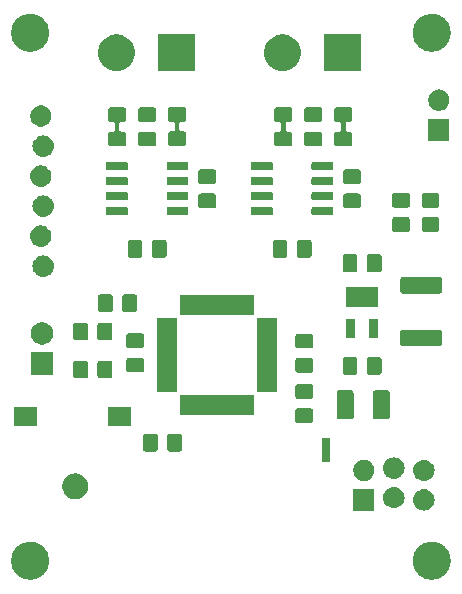
<source format=gbr>
G04 #@! TF.GenerationSoftware,KiCad,Pcbnew,(5.1.4)-1*
G04 #@! TF.CreationDate,2020-02-18T11:24:00+01:00*
G04 #@! TF.ProjectId,HB-UNI-Sen-TEMP-MAX6675,48422d55-4e49-42d5-9365-6e2d54454d50,rev?*
G04 #@! TF.SameCoordinates,Original*
G04 #@! TF.FileFunction,Soldermask,Top*
G04 #@! TF.FilePolarity,Negative*
%FSLAX46Y46*%
G04 Gerber Fmt 4.6, Leading zero omitted, Abs format (unit mm)*
G04 Created by KiCad (PCBNEW (5.1.4)-1) date 2020-02-18 11:24:00*
%MOMM*%
%LPD*%
G04 APERTURE LIST*
%ADD10C,1.000000*%
%ADD11C,0.100000*%
G04 APERTURE END LIST*
D10*
X179310000Y-72900000D02*
G75*
G03X179310000Y-72900000I-1116356J0D01*
G01*
X145310000Y-72900000D02*
G75*
G03X145310000Y-72900000I-1116356J0D01*
G01*
X179310000Y-117600000D02*
G75*
G03X179310000Y-117600000I-1116356J0D01*
G01*
X145310000Y-117600000D02*
G75*
G03X145310000Y-117600000I-1116356J0D01*
G01*
D11*
G36*
X178414794Y-116520155D02*
G01*
X178521150Y-116541311D01*
X178721520Y-116624307D01*
X178901844Y-116744795D01*
X179055205Y-116898156D01*
X179175693Y-117078480D01*
X179258689Y-117278851D01*
X179301000Y-117491560D01*
X179301000Y-117708440D01*
X179258689Y-117921149D01*
X179175693Y-118121520D01*
X179055205Y-118301844D01*
X178901844Y-118455205D01*
X178721520Y-118575693D01*
X178621334Y-118617191D01*
X178521150Y-118658689D01*
X178414795Y-118679844D01*
X178308440Y-118701000D01*
X178091560Y-118701000D01*
X177985205Y-118679844D01*
X177878850Y-118658689D01*
X177778666Y-118617191D01*
X177678480Y-118575693D01*
X177498156Y-118455205D01*
X177344795Y-118301844D01*
X177224307Y-118121520D01*
X177141311Y-117921149D01*
X177099000Y-117708440D01*
X177099000Y-117491560D01*
X177141311Y-117278851D01*
X177224307Y-117078480D01*
X177344795Y-116898156D01*
X177498156Y-116744795D01*
X177678480Y-116624307D01*
X177878850Y-116541311D01*
X177985206Y-116520155D01*
X178091560Y-116499000D01*
X178308440Y-116499000D01*
X178414794Y-116520155D01*
X178414794Y-116520155D01*
G37*
G36*
X144414794Y-116520155D02*
G01*
X144521150Y-116541311D01*
X144721520Y-116624307D01*
X144901844Y-116744795D01*
X145055205Y-116898156D01*
X145175693Y-117078480D01*
X145258689Y-117278851D01*
X145301000Y-117491560D01*
X145301000Y-117708440D01*
X145258689Y-117921149D01*
X145175693Y-118121520D01*
X145055205Y-118301844D01*
X144901844Y-118455205D01*
X144721520Y-118575693D01*
X144621334Y-118617191D01*
X144521150Y-118658689D01*
X144414795Y-118679844D01*
X144308440Y-118701000D01*
X144091560Y-118701000D01*
X143985205Y-118679844D01*
X143878850Y-118658689D01*
X143778666Y-118617191D01*
X143678480Y-118575693D01*
X143498156Y-118455205D01*
X143344795Y-118301844D01*
X143224307Y-118121520D01*
X143141311Y-117921149D01*
X143099000Y-117708440D01*
X143099000Y-117491560D01*
X143141311Y-117278851D01*
X143224307Y-117078480D01*
X143344795Y-116898156D01*
X143498156Y-116744795D01*
X143678480Y-116624307D01*
X143878850Y-116541311D01*
X143985206Y-116520155D01*
X144091560Y-116499000D01*
X144308440Y-116499000D01*
X144414794Y-116520155D01*
X144414794Y-116520155D01*
G37*
G36*
X173351000Y-113351000D02*
G01*
X171549000Y-113351000D01*
X171549000Y-111549000D01*
X173351000Y-111549000D01*
X173351000Y-113351000D01*
X173351000Y-113351000D01*
G37*
G36*
X177640443Y-111555519D02*
G01*
X177706627Y-111562037D01*
X177876466Y-111613557D01*
X177876468Y-111613558D01*
X177954728Y-111655389D01*
X178032991Y-111697222D01*
X178068729Y-111726552D01*
X178170186Y-111809814D01*
X178247097Y-111903532D01*
X178282778Y-111947009D01*
X178282779Y-111947011D01*
X178350322Y-112073373D01*
X178366443Y-112103534D01*
X178417963Y-112273373D01*
X178435359Y-112450000D01*
X178417963Y-112626627D01*
X178366443Y-112796466D01*
X178282778Y-112952991D01*
X178253448Y-112988729D01*
X178170186Y-113090186D01*
X178068729Y-113173448D01*
X178032991Y-113202778D01*
X177876466Y-113286443D01*
X177706627Y-113337963D01*
X177640443Y-113344481D01*
X177574260Y-113351000D01*
X177485740Y-113351000D01*
X177419557Y-113344481D01*
X177353373Y-113337963D01*
X177183534Y-113286443D01*
X177027009Y-113202778D01*
X176991271Y-113173448D01*
X176889814Y-113090186D01*
X176806552Y-112988729D01*
X176777222Y-112952991D01*
X176693557Y-112796466D01*
X176642037Y-112626627D01*
X176624641Y-112450000D01*
X176642037Y-112273373D01*
X176693557Y-112103534D01*
X176709679Y-112073373D01*
X176777221Y-111947011D01*
X176777222Y-111947009D01*
X176812903Y-111903532D01*
X176889814Y-111809814D01*
X176991271Y-111726552D01*
X177027009Y-111697222D01*
X177105272Y-111655389D01*
X177183532Y-111613558D01*
X177183534Y-111613557D01*
X177353373Y-111562037D01*
X177419557Y-111555519D01*
X177485740Y-111549000D01*
X177574260Y-111549000D01*
X177640443Y-111555519D01*
X177640443Y-111555519D01*
G37*
G36*
X175100442Y-111355518D02*
G01*
X175166627Y-111362037D01*
X175336466Y-111413557D01*
X175492991Y-111497222D01*
X175528729Y-111526552D01*
X175630186Y-111609814D01*
X175701918Y-111697221D01*
X175742778Y-111747009D01*
X175826443Y-111903534D01*
X175877963Y-112073373D01*
X175895359Y-112250000D01*
X175877963Y-112426627D01*
X175826443Y-112596466D01*
X175826442Y-112596468D01*
X175784611Y-112674728D01*
X175742778Y-112752991D01*
X175713448Y-112788729D01*
X175630186Y-112890186D01*
X175528729Y-112973448D01*
X175492991Y-113002778D01*
X175336466Y-113086443D01*
X175166627Y-113137963D01*
X175100442Y-113144482D01*
X175034260Y-113151000D01*
X174945740Y-113151000D01*
X174879558Y-113144482D01*
X174813373Y-113137963D01*
X174643534Y-113086443D01*
X174487009Y-113002778D01*
X174451271Y-112973448D01*
X174349814Y-112890186D01*
X174266552Y-112788729D01*
X174237222Y-112752991D01*
X174195389Y-112674728D01*
X174153558Y-112596468D01*
X174153557Y-112596466D01*
X174102037Y-112426627D01*
X174084641Y-112250000D01*
X174102037Y-112073373D01*
X174153557Y-111903534D01*
X174237222Y-111747009D01*
X174278082Y-111697221D01*
X174349814Y-111609814D01*
X174451271Y-111526552D01*
X174487009Y-111497222D01*
X174643534Y-111413557D01*
X174813373Y-111362037D01*
X174879558Y-111355518D01*
X174945740Y-111349000D01*
X175034260Y-111349000D01*
X175100442Y-111355518D01*
X175100442Y-111355518D01*
G37*
G36*
X148214795Y-110220156D02*
G01*
X148321150Y-110241311D01*
X148421334Y-110282809D01*
X148521520Y-110324307D01*
X148701844Y-110444795D01*
X148855205Y-110598156D01*
X148975693Y-110778480D01*
X149058689Y-110978851D01*
X149101000Y-111191560D01*
X149101000Y-111408440D01*
X149058689Y-111621149D01*
X148975693Y-111821520D01*
X148855205Y-112001844D01*
X148701844Y-112155205D01*
X148521520Y-112275693D01*
X148421334Y-112317191D01*
X148321150Y-112358689D01*
X148214794Y-112379845D01*
X148108440Y-112401000D01*
X147891560Y-112401000D01*
X147785206Y-112379845D01*
X147678850Y-112358689D01*
X147578666Y-112317191D01*
X147478480Y-112275693D01*
X147298156Y-112155205D01*
X147144795Y-112001844D01*
X147024307Y-111821520D01*
X146941311Y-111621149D01*
X146899000Y-111408440D01*
X146899000Y-111191560D01*
X146941311Y-110978851D01*
X147024307Y-110778480D01*
X147144795Y-110598156D01*
X147298156Y-110444795D01*
X147478480Y-110324307D01*
X147678850Y-110241311D01*
X147785205Y-110220156D01*
X147891560Y-110199000D01*
X148108440Y-110199000D01*
X148214795Y-110220156D01*
X148214795Y-110220156D01*
G37*
G36*
X177640443Y-109055519D02*
G01*
X177706627Y-109062037D01*
X177876466Y-109113557D01*
X178032991Y-109197222D01*
X178068729Y-109226552D01*
X178170186Y-109309814D01*
X178247097Y-109403532D01*
X178282778Y-109447009D01*
X178282779Y-109447011D01*
X178350322Y-109573373D01*
X178366443Y-109603534D01*
X178417963Y-109773373D01*
X178435359Y-109950000D01*
X178417963Y-110126627D01*
X178366443Y-110296466D01*
X178282778Y-110452991D01*
X178253448Y-110488729D01*
X178170186Y-110590186D01*
X178068729Y-110673448D01*
X178032991Y-110702778D01*
X177876466Y-110786443D01*
X177706627Y-110837963D01*
X177640443Y-110844481D01*
X177574260Y-110851000D01*
X177485740Y-110851000D01*
X177419557Y-110844481D01*
X177353373Y-110837963D01*
X177183534Y-110786443D01*
X177027009Y-110702778D01*
X176991271Y-110673448D01*
X176889814Y-110590186D01*
X176806552Y-110488729D01*
X176777222Y-110452991D01*
X176693557Y-110296466D01*
X176642037Y-110126627D01*
X176624641Y-109950000D01*
X176642037Y-109773373D01*
X176693557Y-109603534D01*
X176709679Y-109573373D01*
X176777221Y-109447011D01*
X176777222Y-109447009D01*
X176812903Y-109403532D01*
X176889814Y-109309814D01*
X176991271Y-109226552D01*
X177027009Y-109197222D01*
X177183534Y-109113557D01*
X177353373Y-109062037D01*
X177419557Y-109055519D01*
X177485740Y-109049000D01*
X177574260Y-109049000D01*
X177640443Y-109055519D01*
X177640443Y-109055519D01*
G37*
G36*
X172563512Y-109053927D02*
G01*
X172712812Y-109083624D01*
X172876784Y-109151544D01*
X173024354Y-109250147D01*
X173149853Y-109375646D01*
X173248456Y-109523216D01*
X173316376Y-109687188D01*
X173351000Y-109861259D01*
X173351000Y-110038741D01*
X173316376Y-110212812D01*
X173248456Y-110376784D01*
X173149853Y-110524354D01*
X173024354Y-110649853D01*
X172876784Y-110748456D01*
X172712812Y-110816376D01*
X172563512Y-110846073D01*
X172538742Y-110851000D01*
X172361258Y-110851000D01*
X172336488Y-110846073D01*
X172187188Y-110816376D01*
X172023216Y-110748456D01*
X171875646Y-110649853D01*
X171750147Y-110524354D01*
X171651544Y-110376784D01*
X171583624Y-110212812D01*
X171549000Y-110038741D01*
X171549000Y-109861259D01*
X171583624Y-109687188D01*
X171651544Y-109523216D01*
X171750147Y-109375646D01*
X171875646Y-109250147D01*
X172023216Y-109151544D01*
X172187188Y-109083624D01*
X172336488Y-109053927D01*
X172361258Y-109049000D01*
X172538742Y-109049000D01*
X172563512Y-109053927D01*
X172563512Y-109053927D01*
G37*
G36*
X175100442Y-108855518D02*
G01*
X175166627Y-108862037D01*
X175336466Y-108913557D01*
X175492991Y-108997222D01*
X175528729Y-109026552D01*
X175630186Y-109109814D01*
X175701918Y-109197221D01*
X175742778Y-109247009D01*
X175826443Y-109403534D01*
X175877963Y-109573373D01*
X175895359Y-109750000D01*
X175877963Y-109926627D01*
X175843953Y-110038742D01*
X175826442Y-110096468D01*
X175784611Y-110174728D01*
X175742778Y-110252991D01*
X175713448Y-110288729D01*
X175630186Y-110390186D01*
X175528729Y-110473448D01*
X175492991Y-110502778D01*
X175336466Y-110586443D01*
X175166627Y-110637963D01*
X175100442Y-110644482D01*
X175034260Y-110651000D01*
X174945740Y-110651000D01*
X174879558Y-110644482D01*
X174813373Y-110637963D01*
X174643534Y-110586443D01*
X174487009Y-110502778D01*
X174451271Y-110473448D01*
X174349814Y-110390186D01*
X174266552Y-110288729D01*
X174237222Y-110252991D01*
X174195390Y-110174729D01*
X174153558Y-110096468D01*
X174136047Y-110038742D01*
X174102037Y-109926627D01*
X174084641Y-109750000D01*
X174102037Y-109573373D01*
X174153557Y-109403534D01*
X174237222Y-109247009D01*
X174278082Y-109197221D01*
X174349814Y-109109814D01*
X174451271Y-109026552D01*
X174487009Y-108997222D01*
X174643534Y-108913557D01*
X174813373Y-108862037D01*
X174879558Y-108855518D01*
X174945740Y-108849000D01*
X175034260Y-108849000D01*
X175100442Y-108855518D01*
X175100442Y-108855518D01*
G37*
G36*
X169601000Y-109251000D02*
G01*
X168899000Y-109251000D01*
X168899000Y-107249000D01*
X169601000Y-107249000D01*
X169601000Y-109251000D01*
X169601000Y-109251000D01*
G37*
G36*
X156888674Y-106853465D02*
G01*
X156926367Y-106864899D01*
X156961103Y-106883466D01*
X156991548Y-106908452D01*
X157016534Y-106938897D01*
X157035101Y-106973633D01*
X157046535Y-107011326D01*
X157051000Y-107056661D01*
X157051000Y-108143339D01*
X157046535Y-108188674D01*
X157035101Y-108226367D01*
X157016534Y-108261103D01*
X156991548Y-108291548D01*
X156961103Y-108316534D01*
X156926367Y-108335101D01*
X156888674Y-108346535D01*
X156843339Y-108351000D01*
X156006661Y-108351000D01*
X155961326Y-108346535D01*
X155923633Y-108335101D01*
X155888897Y-108316534D01*
X155858452Y-108291548D01*
X155833466Y-108261103D01*
X155814899Y-108226367D01*
X155803465Y-108188674D01*
X155799000Y-108143339D01*
X155799000Y-107056661D01*
X155803465Y-107011326D01*
X155814899Y-106973633D01*
X155833466Y-106938897D01*
X155858452Y-106908452D01*
X155888897Y-106883466D01*
X155923633Y-106864899D01*
X155961326Y-106853465D01*
X156006661Y-106849000D01*
X156843339Y-106849000D01*
X156888674Y-106853465D01*
X156888674Y-106853465D01*
G37*
G36*
X154838674Y-106853465D02*
G01*
X154876367Y-106864899D01*
X154911103Y-106883466D01*
X154941548Y-106908452D01*
X154966534Y-106938897D01*
X154985101Y-106973633D01*
X154996535Y-107011326D01*
X155001000Y-107056661D01*
X155001000Y-108143339D01*
X154996535Y-108188674D01*
X154985101Y-108226367D01*
X154966534Y-108261103D01*
X154941548Y-108291548D01*
X154911103Y-108316534D01*
X154876367Y-108335101D01*
X154838674Y-108346535D01*
X154793339Y-108351000D01*
X153956661Y-108351000D01*
X153911326Y-108346535D01*
X153873633Y-108335101D01*
X153838897Y-108316534D01*
X153808452Y-108291548D01*
X153783466Y-108261103D01*
X153764899Y-108226367D01*
X153753465Y-108188674D01*
X153749000Y-108143339D01*
X153749000Y-107056661D01*
X153753465Y-107011326D01*
X153764899Y-106973633D01*
X153783466Y-106938897D01*
X153808452Y-106908452D01*
X153838897Y-106883466D01*
X153873633Y-106864899D01*
X153911326Y-106853465D01*
X153956661Y-106849000D01*
X154793339Y-106849000D01*
X154838674Y-106853465D01*
X154838674Y-106853465D01*
G37*
G36*
X144751000Y-106201000D02*
G01*
X142849000Y-106201000D01*
X142849000Y-104599000D01*
X144751000Y-104599000D01*
X144751000Y-106201000D01*
X144751000Y-106201000D01*
G37*
G36*
X152726000Y-106201000D02*
G01*
X150824000Y-106201000D01*
X150824000Y-104599000D01*
X152726000Y-104599000D01*
X152726000Y-106201000D01*
X152726000Y-106201000D01*
G37*
G36*
X167988674Y-104703465D02*
G01*
X168026367Y-104714899D01*
X168061103Y-104733466D01*
X168091548Y-104758452D01*
X168116534Y-104788897D01*
X168135101Y-104823633D01*
X168146535Y-104861326D01*
X168151000Y-104906661D01*
X168151000Y-105743339D01*
X168146535Y-105788674D01*
X168135101Y-105826367D01*
X168116534Y-105861103D01*
X168091548Y-105891548D01*
X168061103Y-105916534D01*
X168026367Y-105935101D01*
X167988674Y-105946535D01*
X167943339Y-105951000D01*
X166856661Y-105951000D01*
X166811326Y-105946535D01*
X166773633Y-105935101D01*
X166738897Y-105916534D01*
X166708452Y-105891548D01*
X166683466Y-105861103D01*
X166664899Y-105826367D01*
X166653465Y-105788674D01*
X166649000Y-105743339D01*
X166649000Y-104906661D01*
X166653465Y-104861326D01*
X166664899Y-104823633D01*
X166683466Y-104788897D01*
X166708452Y-104758452D01*
X166738897Y-104733466D01*
X166773633Y-104714899D01*
X166811326Y-104703465D01*
X166856661Y-104699000D01*
X167943339Y-104699000D01*
X167988674Y-104703465D01*
X167988674Y-104703465D01*
G37*
G36*
X171421811Y-103178271D02*
G01*
X171457603Y-103189129D01*
X171490595Y-103206763D01*
X171519508Y-103230492D01*
X171543237Y-103259405D01*
X171560871Y-103292397D01*
X171571729Y-103328189D01*
X171576000Y-103371555D01*
X171576000Y-105428445D01*
X171571729Y-105471811D01*
X171560871Y-105507603D01*
X171543237Y-105540595D01*
X171519508Y-105569508D01*
X171490595Y-105593237D01*
X171457603Y-105610871D01*
X171421811Y-105621729D01*
X171378445Y-105626000D01*
X170346555Y-105626000D01*
X170303189Y-105621729D01*
X170267397Y-105610871D01*
X170234405Y-105593237D01*
X170205492Y-105569508D01*
X170181763Y-105540595D01*
X170164129Y-105507603D01*
X170153271Y-105471811D01*
X170149000Y-105428445D01*
X170149000Y-103371555D01*
X170153271Y-103328189D01*
X170164129Y-103292397D01*
X170181763Y-103259405D01*
X170205492Y-103230492D01*
X170234405Y-103206763D01*
X170267397Y-103189129D01*
X170303189Y-103178271D01*
X170346555Y-103174000D01*
X171378445Y-103174000D01*
X171421811Y-103178271D01*
X171421811Y-103178271D01*
G37*
G36*
X174496811Y-103178271D02*
G01*
X174532603Y-103189129D01*
X174565595Y-103206763D01*
X174594508Y-103230492D01*
X174618237Y-103259405D01*
X174635871Y-103292397D01*
X174646729Y-103328189D01*
X174651000Y-103371555D01*
X174651000Y-105428445D01*
X174646729Y-105471811D01*
X174635871Y-105507603D01*
X174618237Y-105540595D01*
X174594508Y-105569508D01*
X174565595Y-105593237D01*
X174532603Y-105610871D01*
X174496811Y-105621729D01*
X174453445Y-105626000D01*
X173421555Y-105626000D01*
X173378189Y-105621729D01*
X173342397Y-105610871D01*
X173309405Y-105593237D01*
X173280492Y-105569508D01*
X173256763Y-105540595D01*
X173239129Y-105507603D01*
X173228271Y-105471811D01*
X173224000Y-105428445D01*
X173224000Y-103371555D01*
X173228271Y-103328189D01*
X173239129Y-103292397D01*
X173256763Y-103259405D01*
X173280492Y-103230492D01*
X173309405Y-103206763D01*
X173342397Y-103189129D01*
X173378189Y-103178271D01*
X173421555Y-103174000D01*
X174453445Y-103174000D01*
X174496811Y-103178271D01*
X174496811Y-103178271D01*
G37*
G36*
X163128000Y-105261000D02*
G01*
X156876000Y-105261000D01*
X156876000Y-103559000D01*
X163128000Y-103559000D01*
X163128000Y-105261000D01*
X163128000Y-105261000D01*
G37*
G36*
X167988674Y-102653465D02*
G01*
X168026367Y-102664899D01*
X168061103Y-102683466D01*
X168091548Y-102708452D01*
X168116534Y-102738897D01*
X168135101Y-102773633D01*
X168146535Y-102811326D01*
X168151000Y-102856661D01*
X168151000Y-103693339D01*
X168146535Y-103738674D01*
X168135101Y-103776367D01*
X168116534Y-103811103D01*
X168091548Y-103841548D01*
X168061103Y-103866534D01*
X168026367Y-103885101D01*
X167988674Y-103896535D01*
X167943339Y-103901000D01*
X166856661Y-103901000D01*
X166811326Y-103896535D01*
X166773633Y-103885101D01*
X166738897Y-103866534D01*
X166708452Y-103841548D01*
X166683466Y-103811103D01*
X166664899Y-103776367D01*
X166653465Y-103738674D01*
X166649000Y-103693339D01*
X166649000Y-102856661D01*
X166653465Y-102811326D01*
X166664899Y-102773633D01*
X166683466Y-102738897D01*
X166708452Y-102708452D01*
X166738897Y-102683466D01*
X166773633Y-102664899D01*
X166811326Y-102653465D01*
X166856661Y-102649000D01*
X167943339Y-102649000D01*
X167988674Y-102653465D01*
X167988674Y-102653465D01*
G37*
G36*
X156603000Y-103286000D02*
G01*
X154901000Y-103286000D01*
X154901000Y-97034000D01*
X156603000Y-97034000D01*
X156603000Y-103286000D01*
X156603000Y-103286000D01*
G37*
G36*
X165103000Y-103286000D02*
G01*
X163401000Y-103286000D01*
X163401000Y-97034000D01*
X165103000Y-97034000D01*
X165103000Y-103286000D01*
X165103000Y-103286000D01*
G37*
G36*
X150988674Y-100653465D02*
G01*
X151026367Y-100664899D01*
X151061103Y-100683466D01*
X151091548Y-100708452D01*
X151116534Y-100738897D01*
X151135101Y-100773633D01*
X151146535Y-100811326D01*
X151151000Y-100856661D01*
X151151000Y-101943339D01*
X151146535Y-101988674D01*
X151135101Y-102026367D01*
X151116534Y-102061103D01*
X151091548Y-102091548D01*
X151061103Y-102116534D01*
X151026367Y-102135101D01*
X150988674Y-102146535D01*
X150943339Y-102151000D01*
X150106661Y-102151000D01*
X150061326Y-102146535D01*
X150023633Y-102135101D01*
X149988897Y-102116534D01*
X149958452Y-102091548D01*
X149933466Y-102061103D01*
X149914899Y-102026367D01*
X149903465Y-101988674D01*
X149899000Y-101943339D01*
X149899000Y-100856661D01*
X149903465Y-100811326D01*
X149914899Y-100773633D01*
X149933466Y-100738897D01*
X149958452Y-100708452D01*
X149988897Y-100683466D01*
X150023633Y-100664899D01*
X150061326Y-100653465D01*
X150106661Y-100649000D01*
X150943339Y-100649000D01*
X150988674Y-100653465D01*
X150988674Y-100653465D01*
G37*
G36*
X148938674Y-100653465D02*
G01*
X148976367Y-100664899D01*
X149011103Y-100683466D01*
X149041548Y-100708452D01*
X149066534Y-100738897D01*
X149085101Y-100773633D01*
X149096535Y-100811326D01*
X149101000Y-100856661D01*
X149101000Y-101943339D01*
X149096535Y-101988674D01*
X149085101Y-102026367D01*
X149066534Y-102061103D01*
X149041548Y-102091548D01*
X149011103Y-102116534D01*
X148976367Y-102135101D01*
X148938674Y-102146535D01*
X148893339Y-102151000D01*
X148056661Y-102151000D01*
X148011326Y-102146535D01*
X147973633Y-102135101D01*
X147938897Y-102116534D01*
X147908452Y-102091548D01*
X147883466Y-102061103D01*
X147864899Y-102026367D01*
X147853465Y-101988674D01*
X147849000Y-101943339D01*
X147849000Y-100856661D01*
X147853465Y-100811326D01*
X147864899Y-100773633D01*
X147883466Y-100738897D01*
X147908452Y-100708452D01*
X147938897Y-100683466D01*
X147973633Y-100664899D01*
X148011326Y-100653465D01*
X148056661Y-100649000D01*
X148893339Y-100649000D01*
X148938674Y-100653465D01*
X148938674Y-100653465D01*
G37*
G36*
X173788674Y-100353465D02*
G01*
X173826367Y-100364899D01*
X173861103Y-100383466D01*
X173891548Y-100408452D01*
X173916534Y-100438897D01*
X173935101Y-100473633D01*
X173946535Y-100511326D01*
X173951000Y-100556661D01*
X173951000Y-101643339D01*
X173946535Y-101688674D01*
X173935101Y-101726367D01*
X173916534Y-101761103D01*
X173891548Y-101791548D01*
X173861103Y-101816534D01*
X173826367Y-101835101D01*
X173788674Y-101846535D01*
X173743339Y-101851000D01*
X172906661Y-101851000D01*
X172861326Y-101846535D01*
X172823633Y-101835101D01*
X172788897Y-101816534D01*
X172758452Y-101791548D01*
X172733466Y-101761103D01*
X172714899Y-101726367D01*
X172703465Y-101688674D01*
X172699000Y-101643339D01*
X172699000Y-100556661D01*
X172703465Y-100511326D01*
X172714899Y-100473633D01*
X172733466Y-100438897D01*
X172758452Y-100408452D01*
X172788897Y-100383466D01*
X172823633Y-100364899D01*
X172861326Y-100353465D01*
X172906661Y-100349000D01*
X173743339Y-100349000D01*
X173788674Y-100353465D01*
X173788674Y-100353465D01*
G37*
G36*
X171738674Y-100353465D02*
G01*
X171776367Y-100364899D01*
X171811103Y-100383466D01*
X171841548Y-100408452D01*
X171866534Y-100438897D01*
X171885101Y-100473633D01*
X171896535Y-100511326D01*
X171901000Y-100556661D01*
X171901000Y-101643339D01*
X171896535Y-101688674D01*
X171885101Y-101726367D01*
X171866534Y-101761103D01*
X171841548Y-101791548D01*
X171811103Y-101816534D01*
X171776367Y-101835101D01*
X171738674Y-101846535D01*
X171693339Y-101851000D01*
X170856661Y-101851000D01*
X170811326Y-101846535D01*
X170773633Y-101835101D01*
X170738897Y-101816534D01*
X170708452Y-101791548D01*
X170683466Y-101761103D01*
X170664899Y-101726367D01*
X170653465Y-101688674D01*
X170649000Y-101643339D01*
X170649000Y-100556661D01*
X170653465Y-100511326D01*
X170664899Y-100473633D01*
X170683466Y-100438897D01*
X170708452Y-100408452D01*
X170738897Y-100383466D01*
X170773633Y-100364899D01*
X170811326Y-100353465D01*
X170856661Y-100349000D01*
X171693339Y-100349000D01*
X171738674Y-100353465D01*
X171738674Y-100353465D01*
G37*
G36*
X146151000Y-101841000D02*
G01*
X144249000Y-101841000D01*
X144249000Y-99939000D01*
X146151000Y-99939000D01*
X146151000Y-101841000D01*
X146151000Y-101841000D01*
G37*
G36*
X167988674Y-100428465D02*
G01*
X168026367Y-100439899D01*
X168061103Y-100458466D01*
X168091548Y-100483452D01*
X168116534Y-100513897D01*
X168135101Y-100548633D01*
X168146535Y-100586326D01*
X168151000Y-100631661D01*
X168151000Y-101468339D01*
X168146535Y-101513674D01*
X168135101Y-101551367D01*
X168116534Y-101586103D01*
X168091548Y-101616548D01*
X168061103Y-101641534D01*
X168026367Y-101660101D01*
X167988674Y-101671535D01*
X167943339Y-101676000D01*
X166856661Y-101676000D01*
X166811326Y-101671535D01*
X166773633Y-101660101D01*
X166738897Y-101641534D01*
X166708452Y-101616548D01*
X166683466Y-101586103D01*
X166664899Y-101551367D01*
X166653465Y-101513674D01*
X166649000Y-101468339D01*
X166649000Y-100631661D01*
X166653465Y-100586326D01*
X166664899Y-100548633D01*
X166683466Y-100513897D01*
X166708452Y-100483452D01*
X166738897Y-100458466D01*
X166773633Y-100439899D01*
X166811326Y-100428465D01*
X166856661Y-100424000D01*
X167943339Y-100424000D01*
X167988674Y-100428465D01*
X167988674Y-100428465D01*
G37*
G36*
X153688674Y-100403465D02*
G01*
X153726367Y-100414899D01*
X153761103Y-100433466D01*
X153791548Y-100458452D01*
X153816534Y-100488897D01*
X153835101Y-100523633D01*
X153846535Y-100561326D01*
X153851000Y-100606661D01*
X153851000Y-101443339D01*
X153846535Y-101488674D01*
X153835101Y-101526367D01*
X153816534Y-101561103D01*
X153791548Y-101591548D01*
X153761103Y-101616534D01*
X153726367Y-101635101D01*
X153688674Y-101646535D01*
X153643339Y-101651000D01*
X152556661Y-101651000D01*
X152511326Y-101646535D01*
X152473633Y-101635101D01*
X152438897Y-101616534D01*
X152408452Y-101591548D01*
X152383466Y-101561103D01*
X152364899Y-101526367D01*
X152353465Y-101488674D01*
X152349000Y-101443339D01*
X152349000Y-100606661D01*
X152353465Y-100561326D01*
X152364899Y-100523633D01*
X152383466Y-100488897D01*
X152408452Y-100458452D01*
X152438897Y-100433466D01*
X152473633Y-100414899D01*
X152511326Y-100403465D01*
X152556661Y-100399000D01*
X153643339Y-100399000D01*
X153688674Y-100403465D01*
X153688674Y-100403465D01*
G37*
G36*
X167988674Y-98378465D02*
G01*
X168026367Y-98389899D01*
X168061103Y-98408466D01*
X168091548Y-98433452D01*
X168116534Y-98463897D01*
X168135101Y-98498633D01*
X168146535Y-98536326D01*
X168151000Y-98581661D01*
X168151000Y-99418339D01*
X168146535Y-99463674D01*
X168135101Y-99501367D01*
X168116534Y-99536103D01*
X168091548Y-99566548D01*
X168061103Y-99591534D01*
X168026367Y-99610101D01*
X167988674Y-99621535D01*
X167943339Y-99626000D01*
X166856661Y-99626000D01*
X166811326Y-99621535D01*
X166773633Y-99610101D01*
X166738897Y-99591534D01*
X166708452Y-99566548D01*
X166683466Y-99536103D01*
X166664899Y-99501367D01*
X166653465Y-99463674D01*
X166649000Y-99418339D01*
X166649000Y-98581661D01*
X166653465Y-98536326D01*
X166664899Y-98498633D01*
X166683466Y-98463897D01*
X166708452Y-98433452D01*
X166738897Y-98408466D01*
X166773633Y-98389899D01*
X166811326Y-98378465D01*
X166856661Y-98374000D01*
X167943339Y-98374000D01*
X167988674Y-98378465D01*
X167988674Y-98378465D01*
G37*
G36*
X153688674Y-98353465D02*
G01*
X153726367Y-98364899D01*
X153761103Y-98383466D01*
X153791548Y-98408452D01*
X153816534Y-98438897D01*
X153835101Y-98473633D01*
X153846535Y-98511326D01*
X153851000Y-98556661D01*
X153851000Y-99393339D01*
X153846535Y-99438674D01*
X153835101Y-99476367D01*
X153816534Y-99511103D01*
X153791548Y-99541548D01*
X153761103Y-99566534D01*
X153726367Y-99585101D01*
X153688674Y-99596535D01*
X153643339Y-99601000D01*
X152556661Y-99601000D01*
X152511326Y-99596535D01*
X152473633Y-99585101D01*
X152438897Y-99566534D01*
X152408452Y-99541548D01*
X152383466Y-99511103D01*
X152364899Y-99476367D01*
X152353465Y-99438674D01*
X152349000Y-99393339D01*
X152349000Y-98556661D01*
X152353465Y-98511326D01*
X152364899Y-98473633D01*
X152383466Y-98438897D01*
X152408452Y-98408452D01*
X152438897Y-98383466D01*
X152473633Y-98364899D01*
X152511326Y-98353465D01*
X152556661Y-98349000D01*
X153643339Y-98349000D01*
X153688674Y-98353465D01*
X153688674Y-98353465D01*
G37*
G36*
X178895781Y-98028295D02*
G01*
X178931816Y-98039227D01*
X178965024Y-98056977D01*
X178994134Y-98080866D01*
X179018023Y-98109976D01*
X179035773Y-98143184D01*
X179046705Y-98179219D01*
X179051000Y-98222831D01*
X179051000Y-99227169D01*
X179046705Y-99270781D01*
X179035773Y-99306816D01*
X179018023Y-99340024D01*
X178994134Y-99369134D01*
X178965024Y-99393023D01*
X178931816Y-99410773D01*
X178895781Y-99421705D01*
X178852169Y-99426000D01*
X175747831Y-99426000D01*
X175704219Y-99421705D01*
X175668184Y-99410773D01*
X175634976Y-99393023D01*
X175605866Y-99369134D01*
X175581977Y-99340024D01*
X175564227Y-99306816D01*
X175553295Y-99270781D01*
X175549000Y-99227169D01*
X175549000Y-98222831D01*
X175553295Y-98179219D01*
X175564227Y-98143184D01*
X175581977Y-98109976D01*
X175605866Y-98080866D01*
X175634976Y-98056977D01*
X175668184Y-98039227D01*
X175704219Y-98028295D01*
X175747831Y-98024000D01*
X178852169Y-98024000D01*
X178895781Y-98028295D01*
X178895781Y-98028295D01*
G37*
G36*
X145477395Y-97435546D02*
G01*
X145650466Y-97507234D01*
X145682619Y-97528718D01*
X145806227Y-97611310D01*
X145938690Y-97743773D01*
X145938691Y-97743775D01*
X146042766Y-97899534D01*
X146114454Y-98072605D01*
X146151000Y-98256333D01*
X146151000Y-98443667D01*
X146114454Y-98627395D01*
X146042766Y-98800466D01*
X146002250Y-98861103D01*
X145938690Y-98956227D01*
X145806227Y-99088690D01*
X145727818Y-99141081D01*
X145650466Y-99192766D01*
X145477395Y-99264454D01*
X145293667Y-99301000D01*
X145106333Y-99301000D01*
X144922605Y-99264454D01*
X144749534Y-99192766D01*
X144672182Y-99141081D01*
X144593773Y-99088690D01*
X144461310Y-98956227D01*
X144397750Y-98861103D01*
X144357234Y-98800466D01*
X144285546Y-98627395D01*
X144249000Y-98443667D01*
X144249000Y-98256333D01*
X144285546Y-98072605D01*
X144357234Y-97899534D01*
X144461309Y-97743775D01*
X144461310Y-97743773D01*
X144593773Y-97611310D01*
X144717381Y-97528718D01*
X144749534Y-97507234D01*
X144922605Y-97435546D01*
X145106333Y-97399000D01*
X145293667Y-97399000D01*
X145477395Y-97435546D01*
X145477395Y-97435546D01*
G37*
G36*
X150988674Y-97453465D02*
G01*
X151026367Y-97464899D01*
X151061103Y-97483466D01*
X151091548Y-97508452D01*
X151116534Y-97538897D01*
X151135101Y-97573633D01*
X151146535Y-97611326D01*
X151151000Y-97656661D01*
X151151000Y-98743339D01*
X151146535Y-98788674D01*
X151135101Y-98826367D01*
X151116534Y-98861103D01*
X151091548Y-98891548D01*
X151061103Y-98916534D01*
X151026367Y-98935101D01*
X150988674Y-98946535D01*
X150943339Y-98951000D01*
X150106661Y-98951000D01*
X150061326Y-98946535D01*
X150023633Y-98935101D01*
X149988897Y-98916534D01*
X149958452Y-98891548D01*
X149933466Y-98861103D01*
X149914899Y-98826367D01*
X149903465Y-98788674D01*
X149899000Y-98743339D01*
X149899000Y-97656661D01*
X149903465Y-97611326D01*
X149914899Y-97573633D01*
X149933466Y-97538897D01*
X149958452Y-97508452D01*
X149988897Y-97483466D01*
X150023633Y-97464899D01*
X150061326Y-97453465D01*
X150106661Y-97449000D01*
X150943339Y-97449000D01*
X150988674Y-97453465D01*
X150988674Y-97453465D01*
G37*
G36*
X148938674Y-97453465D02*
G01*
X148976367Y-97464899D01*
X149011103Y-97483466D01*
X149041548Y-97508452D01*
X149066534Y-97538897D01*
X149085101Y-97573633D01*
X149096535Y-97611326D01*
X149101000Y-97656661D01*
X149101000Y-98743339D01*
X149096535Y-98788674D01*
X149085101Y-98826367D01*
X149066534Y-98861103D01*
X149041548Y-98891548D01*
X149011103Y-98916534D01*
X148976367Y-98935101D01*
X148938674Y-98946535D01*
X148893339Y-98951000D01*
X148056661Y-98951000D01*
X148011326Y-98946535D01*
X147973633Y-98935101D01*
X147938897Y-98916534D01*
X147908452Y-98891548D01*
X147883466Y-98861103D01*
X147864899Y-98826367D01*
X147853465Y-98788674D01*
X147849000Y-98743339D01*
X147849000Y-97656661D01*
X147853465Y-97611326D01*
X147864899Y-97573633D01*
X147883466Y-97538897D01*
X147908452Y-97508452D01*
X147938897Y-97483466D01*
X147973633Y-97464899D01*
X148011326Y-97453465D01*
X148056661Y-97449000D01*
X148893339Y-97449000D01*
X148938674Y-97453465D01*
X148938674Y-97453465D01*
G37*
G36*
X171726000Y-98781000D02*
G01*
X170974000Y-98781000D01*
X170974000Y-97119000D01*
X171726000Y-97119000D01*
X171726000Y-98781000D01*
X171726000Y-98781000D01*
G37*
G36*
X173626000Y-98781000D02*
G01*
X172874000Y-98781000D01*
X172874000Y-97119000D01*
X173626000Y-97119000D01*
X173626000Y-98781000D01*
X173626000Y-98781000D01*
G37*
G36*
X163128000Y-96761000D02*
G01*
X156876000Y-96761000D01*
X156876000Y-95059000D01*
X163128000Y-95059000D01*
X163128000Y-96761000D01*
X163128000Y-96761000D01*
G37*
G36*
X153088674Y-95053465D02*
G01*
X153126367Y-95064899D01*
X153161103Y-95083466D01*
X153191548Y-95108452D01*
X153216534Y-95138897D01*
X153235101Y-95173633D01*
X153246535Y-95211326D01*
X153251000Y-95256661D01*
X153251000Y-96343339D01*
X153246535Y-96388674D01*
X153235101Y-96426367D01*
X153216534Y-96461103D01*
X153191548Y-96491548D01*
X153161103Y-96516534D01*
X153126367Y-96535101D01*
X153088674Y-96546535D01*
X153043339Y-96551000D01*
X152206661Y-96551000D01*
X152161326Y-96546535D01*
X152123633Y-96535101D01*
X152088897Y-96516534D01*
X152058452Y-96491548D01*
X152033466Y-96461103D01*
X152014899Y-96426367D01*
X152003465Y-96388674D01*
X151999000Y-96343339D01*
X151999000Y-95256661D01*
X152003465Y-95211326D01*
X152014899Y-95173633D01*
X152033466Y-95138897D01*
X152058452Y-95108452D01*
X152088897Y-95083466D01*
X152123633Y-95064899D01*
X152161326Y-95053465D01*
X152206661Y-95049000D01*
X153043339Y-95049000D01*
X153088674Y-95053465D01*
X153088674Y-95053465D01*
G37*
G36*
X151038674Y-95053465D02*
G01*
X151076367Y-95064899D01*
X151111103Y-95083466D01*
X151141548Y-95108452D01*
X151166534Y-95138897D01*
X151185101Y-95173633D01*
X151196535Y-95211326D01*
X151201000Y-95256661D01*
X151201000Y-96343339D01*
X151196535Y-96388674D01*
X151185101Y-96426367D01*
X151166534Y-96461103D01*
X151141548Y-96491548D01*
X151111103Y-96516534D01*
X151076367Y-96535101D01*
X151038674Y-96546535D01*
X150993339Y-96551000D01*
X150156661Y-96551000D01*
X150111326Y-96546535D01*
X150073633Y-96535101D01*
X150038897Y-96516534D01*
X150008452Y-96491548D01*
X149983466Y-96461103D01*
X149964899Y-96426367D01*
X149953465Y-96388674D01*
X149949000Y-96343339D01*
X149949000Y-95256661D01*
X149953465Y-95211326D01*
X149964899Y-95173633D01*
X149983466Y-95138897D01*
X150008452Y-95108452D01*
X150038897Y-95083466D01*
X150073633Y-95064899D01*
X150111326Y-95053465D01*
X150156661Y-95049000D01*
X150993339Y-95049000D01*
X151038674Y-95053465D01*
X151038674Y-95053465D01*
G37*
G36*
X173626000Y-96081000D02*
G01*
X170974000Y-96081000D01*
X170974000Y-94419000D01*
X173626000Y-94419000D01*
X173626000Y-96081000D01*
X173626000Y-96081000D01*
G37*
G36*
X178895781Y-93578295D02*
G01*
X178931816Y-93589227D01*
X178965024Y-93606977D01*
X178994134Y-93630866D01*
X179018023Y-93659976D01*
X179035773Y-93693184D01*
X179046705Y-93729219D01*
X179051000Y-93772831D01*
X179051000Y-94777169D01*
X179046705Y-94820781D01*
X179035773Y-94856816D01*
X179018023Y-94890024D01*
X178994134Y-94919134D01*
X178965024Y-94943023D01*
X178931816Y-94960773D01*
X178895781Y-94971705D01*
X178852169Y-94976000D01*
X175747831Y-94976000D01*
X175704219Y-94971705D01*
X175668184Y-94960773D01*
X175634976Y-94943023D01*
X175605866Y-94919134D01*
X175581977Y-94890024D01*
X175564227Y-94856816D01*
X175553295Y-94820781D01*
X175549000Y-94777169D01*
X175549000Y-93772831D01*
X175553295Y-93729219D01*
X175564227Y-93693184D01*
X175581977Y-93659976D01*
X175605866Y-93630866D01*
X175634976Y-93606977D01*
X175668184Y-93589227D01*
X175704219Y-93578295D01*
X175747831Y-93574000D01*
X178852169Y-93574000D01*
X178895781Y-93578295D01*
X178895781Y-93578295D01*
G37*
G36*
X145410442Y-91755518D02*
G01*
X145476627Y-91762037D01*
X145646466Y-91813557D01*
X145802991Y-91897222D01*
X145832087Y-91921101D01*
X145940186Y-92009814D01*
X146023448Y-92111271D01*
X146052778Y-92147009D01*
X146136443Y-92303534D01*
X146187963Y-92473373D01*
X146205359Y-92650000D01*
X146187963Y-92826627D01*
X146136443Y-92996466D01*
X146136442Y-92996468D01*
X146118498Y-93030038D01*
X146052778Y-93152991D01*
X146023448Y-93188729D01*
X145940186Y-93290186D01*
X145838729Y-93373448D01*
X145802991Y-93402778D01*
X145646466Y-93486443D01*
X145476627Y-93537963D01*
X145410442Y-93544482D01*
X145344260Y-93551000D01*
X145255740Y-93551000D01*
X145189558Y-93544482D01*
X145123373Y-93537963D01*
X144953534Y-93486443D01*
X144797009Y-93402778D01*
X144761271Y-93373448D01*
X144659814Y-93290186D01*
X144576552Y-93188729D01*
X144547222Y-93152991D01*
X144481502Y-93030038D01*
X144463558Y-92996468D01*
X144463557Y-92996466D01*
X144412037Y-92826627D01*
X144394641Y-92650000D01*
X144412037Y-92473373D01*
X144463557Y-92303534D01*
X144547222Y-92147009D01*
X144576552Y-92111271D01*
X144659814Y-92009814D01*
X144767913Y-91921101D01*
X144797009Y-91897222D01*
X144953534Y-91813557D01*
X145123373Y-91762037D01*
X145189558Y-91755518D01*
X145255740Y-91749000D01*
X145344260Y-91749000D01*
X145410442Y-91755518D01*
X145410442Y-91755518D01*
G37*
G36*
X171738674Y-91653465D02*
G01*
X171776367Y-91664899D01*
X171811103Y-91683466D01*
X171841548Y-91708452D01*
X171866534Y-91738897D01*
X171885101Y-91773633D01*
X171896535Y-91811326D01*
X171901000Y-91856661D01*
X171901000Y-92943339D01*
X171896535Y-92988674D01*
X171885101Y-93026367D01*
X171866534Y-93061103D01*
X171841548Y-93091548D01*
X171811103Y-93116534D01*
X171776367Y-93135101D01*
X171738674Y-93146535D01*
X171693339Y-93151000D01*
X170856661Y-93151000D01*
X170811326Y-93146535D01*
X170773633Y-93135101D01*
X170738897Y-93116534D01*
X170708452Y-93091548D01*
X170683466Y-93061103D01*
X170664899Y-93026367D01*
X170653465Y-92988674D01*
X170649000Y-92943339D01*
X170649000Y-91856661D01*
X170653465Y-91811326D01*
X170664899Y-91773633D01*
X170683466Y-91738897D01*
X170708452Y-91708452D01*
X170738897Y-91683466D01*
X170773633Y-91664899D01*
X170811326Y-91653465D01*
X170856661Y-91649000D01*
X171693339Y-91649000D01*
X171738674Y-91653465D01*
X171738674Y-91653465D01*
G37*
G36*
X173788674Y-91653465D02*
G01*
X173826367Y-91664899D01*
X173861103Y-91683466D01*
X173891548Y-91708452D01*
X173916534Y-91738897D01*
X173935101Y-91773633D01*
X173946535Y-91811326D01*
X173951000Y-91856661D01*
X173951000Y-92943339D01*
X173946535Y-92988674D01*
X173935101Y-93026367D01*
X173916534Y-93061103D01*
X173891548Y-93091548D01*
X173861103Y-93116534D01*
X173826367Y-93135101D01*
X173788674Y-93146535D01*
X173743339Y-93151000D01*
X172906661Y-93151000D01*
X172861326Y-93146535D01*
X172823633Y-93135101D01*
X172788897Y-93116534D01*
X172758452Y-93091548D01*
X172733466Y-93061103D01*
X172714899Y-93026367D01*
X172703465Y-92988674D01*
X172699000Y-92943339D01*
X172699000Y-91856661D01*
X172703465Y-91811326D01*
X172714899Y-91773633D01*
X172733466Y-91738897D01*
X172758452Y-91708452D01*
X172788897Y-91683466D01*
X172823633Y-91664899D01*
X172861326Y-91653465D01*
X172906661Y-91649000D01*
X173743339Y-91649000D01*
X173788674Y-91653465D01*
X173788674Y-91653465D01*
G37*
G36*
X165817674Y-90439465D02*
G01*
X165855367Y-90450899D01*
X165890103Y-90469466D01*
X165920548Y-90494452D01*
X165945534Y-90524897D01*
X165964101Y-90559633D01*
X165975535Y-90597326D01*
X165980000Y-90642661D01*
X165980000Y-91729339D01*
X165975535Y-91774674D01*
X165964101Y-91812367D01*
X165945534Y-91847103D01*
X165920548Y-91877548D01*
X165890103Y-91902534D01*
X165855367Y-91921101D01*
X165817674Y-91932535D01*
X165772339Y-91937000D01*
X164935661Y-91937000D01*
X164890326Y-91932535D01*
X164852633Y-91921101D01*
X164817897Y-91902534D01*
X164787452Y-91877548D01*
X164762466Y-91847103D01*
X164743899Y-91812367D01*
X164732465Y-91774674D01*
X164728000Y-91729339D01*
X164728000Y-90642661D01*
X164732465Y-90597326D01*
X164743899Y-90559633D01*
X164762466Y-90524897D01*
X164787452Y-90494452D01*
X164817897Y-90469466D01*
X164852633Y-90450899D01*
X164890326Y-90439465D01*
X164935661Y-90435000D01*
X165772339Y-90435000D01*
X165817674Y-90439465D01*
X165817674Y-90439465D01*
G37*
G36*
X153538674Y-90439465D02*
G01*
X153576367Y-90450899D01*
X153611103Y-90469466D01*
X153641548Y-90494452D01*
X153666534Y-90524897D01*
X153685101Y-90559633D01*
X153696535Y-90597326D01*
X153701000Y-90642661D01*
X153701000Y-91729339D01*
X153696535Y-91774674D01*
X153685101Y-91812367D01*
X153666534Y-91847103D01*
X153641548Y-91877548D01*
X153611103Y-91902534D01*
X153576367Y-91921101D01*
X153538674Y-91932535D01*
X153493339Y-91937000D01*
X152656661Y-91937000D01*
X152611326Y-91932535D01*
X152573633Y-91921101D01*
X152538897Y-91902534D01*
X152508452Y-91877548D01*
X152483466Y-91847103D01*
X152464899Y-91812367D01*
X152453465Y-91774674D01*
X152449000Y-91729339D01*
X152449000Y-90642661D01*
X152453465Y-90597326D01*
X152464899Y-90559633D01*
X152483466Y-90524897D01*
X152508452Y-90494452D01*
X152538897Y-90469466D01*
X152573633Y-90450899D01*
X152611326Y-90439465D01*
X152656661Y-90435000D01*
X153493339Y-90435000D01*
X153538674Y-90439465D01*
X153538674Y-90439465D01*
G37*
G36*
X167867674Y-90439465D02*
G01*
X167905367Y-90450899D01*
X167940103Y-90469466D01*
X167970548Y-90494452D01*
X167995534Y-90524897D01*
X168014101Y-90559633D01*
X168025535Y-90597326D01*
X168030000Y-90642661D01*
X168030000Y-91729339D01*
X168025535Y-91774674D01*
X168014101Y-91812367D01*
X167995534Y-91847103D01*
X167970548Y-91877548D01*
X167940103Y-91902534D01*
X167905367Y-91921101D01*
X167867674Y-91932535D01*
X167822339Y-91937000D01*
X166985661Y-91937000D01*
X166940326Y-91932535D01*
X166902633Y-91921101D01*
X166867897Y-91902534D01*
X166837452Y-91877548D01*
X166812466Y-91847103D01*
X166793899Y-91812367D01*
X166782465Y-91774674D01*
X166778000Y-91729339D01*
X166778000Y-90642661D01*
X166782465Y-90597326D01*
X166793899Y-90559633D01*
X166812466Y-90524897D01*
X166837452Y-90494452D01*
X166867897Y-90469466D01*
X166902633Y-90450899D01*
X166940326Y-90439465D01*
X166985661Y-90435000D01*
X167822339Y-90435000D01*
X167867674Y-90439465D01*
X167867674Y-90439465D01*
G37*
G36*
X155588674Y-90439465D02*
G01*
X155626367Y-90450899D01*
X155661103Y-90469466D01*
X155691548Y-90494452D01*
X155716534Y-90524897D01*
X155735101Y-90559633D01*
X155746535Y-90597326D01*
X155751000Y-90642661D01*
X155751000Y-91729339D01*
X155746535Y-91774674D01*
X155735101Y-91812367D01*
X155716534Y-91847103D01*
X155691548Y-91877548D01*
X155661103Y-91902534D01*
X155626367Y-91921101D01*
X155588674Y-91932535D01*
X155543339Y-91937000D01*
X154706661Y-91937000D01*
X154661326Y-91932535D01*
X154623633Y-91921101D01*
X154588897Y-91902534D01*
X154558452Y-91877548D01*
X154533466Y-91847103D01*
X154514899Y-91812367D01*
X154503465Y-91774674D01*
X154499000Y-91729339D01*
X154499000Y-90642661D01*
X154503465Y-90597326D01*
X154514899Y-90559633D01*
X154533466Y-90524897D01*
X154558452Y-90494452D01*
X154588897Y-90469466D01*
X154623633Y-90450899D01*
X154661326Y-90439465D01*
X154706661Y-90435000D01*
X155543339Y-90435000D01*
X155588674Y-90439465D01*
X155588674Y-90439465D01*
G37*
G36*
X145210442Y-89215518D02*
G01*
X145276627Y-89222037D01*
X145446466Y-89273557D01*
X145602991Y-89357222D01*
X145638729Y-89386552D01*
X145740186Y-89469814D01*
X145823448Y-89571271D01*
X145852778Y-89607009D01*
X145936443Y-89763534D01*
X145987963Y-89933373D01*
X146005359Y-90110000D01*
X145987963Y-90286627D01*
X145936443Y-90456466D01*
X145852778Y-90612991D01*
X145828428Y-90642661D01*
X145740186Y-90750186D01*
X145638729Y-90833448D01*
X145602991Y-90862778D01*
X145446466Y-90946443D01*
X145276627Y-90997963D01*
X145210442Y-91004482D01*
X145144260Y-91011000D01*
X145055740Y-91011000D01*
X144989558Y-91004482D01*
X144923373Y-90997963D01*
X144753534Y-90946443D01*
X144597009Y-90862778D01*
X144561271Y-90833448D01*
X144459814Y-90750186D01*
X144371572Y-90642661D01*
X144347222Y-90612991D01*
X144263557Y-90456466D01*
X144212037Y-90286627D01*
X144194641Y-90110000D01*
X144212037Y-89933373D01*
X144263557Y-89763534D01*
X144347222Y-89607009D01*
X144376552Y-89571271D01*
X144459814Y-89469814D01*
X144561271Y-89386552D01*
X144597009Y-89357222D01*
X144753534Y-89273557D01*
X144923373Y-89222037D01*
X144989558Y-89215518D01*
X145055740Y-89209000D01*
X145144260Y-89209000D01*
X145210442Y-89215518D01*
X145210442Y-89215518D01*
G37*
G36*
X176188674Y-88503465D02*
G01*
X176226367Y-88514899D01*
X176261103Y-88533466D01*
X176291548Y-88558452D01*
X176316534Y-88588897D01*
X176335101Y-88623633D01*
X176346535Y-88661326D01*
X176351000Y-88706661D01*
X176351000Y-89543339D01*
X176346535Y-89588674D01*
X176335101Y-89626367D01*
X176316534Y-89661103D01*
X176291548Y-89691548D01*
X176261103Y-89716534D01*
X176226367Y-89735101D01*
X176188674Y-89746535D01*
X176143339Y-89751000D01*
X175056661Y-89751000D01*
X175011326Y-89746535D01*
X174973633Y-89735101D01*
X174938897Y-89716534D01*
X174908452Y-89691548D01*
X174883466Y-89661103D01*
X174864899Y-89626367D01*
X174853465Y-89588674D01*
X174849000Y-89543339D01*
X174849000Y-88706661D01*
X174853465Y-88661326D01*
X174864899Y-88623633D01*
X174883466Y-88588897D01*
X174908452Y-88558452D01*
X174938897Y-88533466D01*
X174973633Y-88514899D01*
X175011326Y-88503465D01*
X175056661Y-88499000D01*
X176143339Y-88499000D01*
X176188674Y-88503465D01*
X176188674Y-88503465D01*
G37*
G36*
X178688674Y-88503465D02*
G01*
X178726367Y-88514899D01*
X178761103Y-88533466D01*
X178791548Y-88558452D01*
X178816534Y-88588897D01*
X178835101Y-88623633D01*
X178846535Y-88661326D01*
X178851000Y-88706661D01*
X178851000Y-89543339D01*
X178846535Y-89588674D01*
X178835101Y-89626367D01*
X178816534Y-89661103D01*
X178791548Y-89691548D01*
X178761103Y-89716534D01*
X178726367Y-89735101D01*
X178688674Y-89746535D01*
X178643339Y-89751000D01*
X177556661Y-89751000D01*
X177511326Y-89746535D01*
X177473633Y-89735101D01*
X177438897Y-89716534D01*
X177408452Y-89691548D01*
X177383466Y-89661103D01*
X177364899Y-89626367D01*
X177353465Y-89588674D01*
X177349000Y-89543339D01*
X177349000Y-88706661D01*
X177353465Y-88661326D01*
X177364899Y-88623633D01*
X177383466Y-88588897D01*
X177408452Y-88558452D01*
X177438897Y-88533466D01*
X177473633Y-88514899D01*
X177511326Y-88503465D01*
X177556661Y-88499000D01*
X178643339Y-88499000D01*
X178688674Y-88503465D01*
X178688674Y-88503465D01*
G37*
G36*
X145410443Y-86675519D02*
G01*
X145476627Y-86682037D01*
X145646466Y-86733557D01*
X145802991Y-86817222D01*
X145838729Y-86846552D01*
X145940186Y-86929814D01*
X146009277Y-87014003D01*
X146052778Y-87067009D01*
X146136443Y-87223534D01*
X146187963Y-87393373D01*
X146205359Y-87570000D01*
X146187963Y-87746627D01*
X146136443Y-87916466D01*
X146052778Y-88072991D01*
X146023448Y-88108729D01*
X145940186Y-88210186D01*
X145850238Y-88284003D01*
X145802991Y-88322778D01*
X145646466Y-88406443D01*
X145476627Y-88457963D01*
X145410443Y-88464481D01*
X145344260Y-88471000D01*
X145255740Y-88471000D01*
X145189557Y-88464481D01*
X145123373Y-88457963D01*
X144953534Y-88406443D01*
X144797009Y-88322778D01*
X144749762Y-88284003D01*
X144659814Y-88210186D01*
X144576552Y-88108729D01*
X144547222Y-88072991D01*
X144463557Y-87916466D01*
X144412037Y-87746627D01*
X144394641Y-87570000D01*
X144412037Y-87393373D01*
X144463557Y-87223534D01*
X144547222Y-87067009D01*
X144590723Y-87014003D01*
X144659814Y-86929814D01*
X144761271Y-86846552D01*
X144797009Y-86817222D01*
X144953534Y-86733557D01*
X145123373Y-86682037D01*
X145189557Y-86675519D01*
X145255740Y-86669000D01*
X145344260Y-86669000D01*
X145410443Y-86675519D01*
X145410443Y-86675519D01*
G37*
G36*
X152359928Y-87662764D02*
G01*
X152381009Y-87669160D01*
X152400445Y-87679548D01*
X152417476Y-87693524D01*
X152431452Y-87710555D01*
X152441840Y-87729991D01*
X152448236Y-87751072D01*
X152451000Y-87779140D01*
X152451000Y-88242860D01*
X152448236Y-88270928D01*
X152441840Y-88292009D01*
X152431452Y-88311445D01*
X152417476Y-88328476D01*
X152400445Y-88342452D01*
X152381009Y-88352840D01*
X152359928Y-88359236D01*
X152331860Y-88362000D01*
X150718140Y-88362000D01*
X150690072Y-88359236D01*
X150668991Y-88352840D01*
X150649555Y-88342452D01*
X150632524Y-88328476D01*
X150618548Y-88311445D01*
X150608160Y-88292009D01*
X150601764Y-88270928D01*
X150599000Y-88242860D01*
X150599000Y-87779140D01*
X150601764Y-87751072D01*
X150608160Y-87729991D01*
X150618548Y-87710555D01*
X150632524Y-87693524D01*
X150649555Y-87679548D01*
X150668991Y-87669160D01*
X150690072Y-87662764D01*
X150718140Y-87660000D01*
X152331860Y-87660000D01*
X152359928Y-87662764D01*
X152359928Y-87662764D01*
G37*
G36*
X157509928Y-87662764D02*
G01*
X157531009Y-87669160D01*
X157550445Y-87679548D01*
X157567476Y-87693524D01*
X157581452Y-87710555D01*
X157591840Y-87729991D01*
X157598236Y-87751072D01*
X157601000Y-87779140D01*
X157601000Y-88242860D01*
X157598236Y-88270928D01*
X157591840Y-88292009D01*
X157581452Y-88311445D01*
X157567476Y-88328476D01*
X157550445Y-88342452D01*
X157531009Y-88352840D01*
X157509928Y-88359236D01*
X157481860Y-88362000D01*
X155868140Y-88362000D01*
X155840072Y-88359236D01*
X155818991Y-88352840D01*
X155799555Y-88342452D01*
X155782524Y-88328476D01*
X155768548Y-88311445D01*
X155758160Y-88292009D01*
X155751764Y-88270928D01*
X155749000Y-88242860D01*
X155749000Y-87779140D01*
X155751764Y-87751072D01*
X155758160Y-87729991D01*
X155768548Y-87710555D01*
X155782524Y-87693524D01*
X155799555Y-87679548D01*
X155818991Y-87669160D01*
X155840072Y-87662764D01*
X155868140Y-87660000D01*
X157481860Y-87660000D01*
X157509928Y-87662764D01*
X157509928Y-87662764D01*
G37*
G36*
X164629928Y-87662764D02*
G01*
X164651009Y-87669160D01*
X164670445Y-87679548D01*
X164687476Y-87693524D01*
X164701452Y-87710555D01*
X164711840Y-87729991D01*
X164718236Y-87751072D01*
X164721000Y-87779140D01*
X164721000Y-88242860D01*
X164718236Y-88270928D01*
X164711840Y-88292009D01*
X164701452Y-88311445D01*
X164687476Y-88328476D01*
X164670445Y-88342452D01*
X164651009Y-88352840D01*
X164629928Y-88359236D01*
X164601860Y-88362000D01*
X162988140Y-88362000D01*
X162960072Y-88359236D01*
X162938991Y-88352840D01*
X162919555Y-88342452D01*
X162902524Y-88328476D01*
X162888548Y-88311445D01*
X162878160Y-88292009D01*
X162871764Y-88270928D01*
X162869000Y-88242860D01*
X162869000Y-87779140D01*
X162871764Y-87751072D01*
X162878160Y-87729991D01*
X162888548Y-87710555D01*
X162902524Y-87693524D01*
X162919555Y-87679548D01*
X162938991Y-87669160D01*
X162960072Y-87662764D01*
X162988140Y-87660000D01*
X164601860Y-87660000D01*
X164629928Y-87662764D01*
X164629928Y-87662764D01*
G37*
G36*
X169779928Y-87662764D02*
G01*
X169801009Y-87669160D01*
X169820445Y-87679548D01*
X169837476Y-87693524D01*
X169851452Y-87710555D01*
X169861840Y-87729991D01*
X169868236Y-87751072D01*
X169871000Y-87779140D01*
X169871000Y-88242860D01*
X169868236Y-88270928D01*
X169861840Y-88292009D01*
X169851452Y-88311445D01*
X169837476Y-88328476D01*
X169820445Y-88342452D01*
X169801009Y-88352840D01*
X169779928Y-88359236D01*
X169751860Y-88362000D01*
X168138140Y-88362000D01*
X168110072Y-88359236D01*
X168088991Y-88352840D01*
X168069555Y-88342452D01*
X168052524Y-88328476D01*
X168038548Y-88311445D01*
X168028160Y-88292009D01*
X168021764Y-88270928D01*
X168019000Y-88242860D01*
X168019000Y-87779140D01*
X168021764Y-87751072D01*
X168028160Y-87729991D01*
X168038548Y-87710555D01*
X168052524Y-87693524D01*
X168069555Y-87679548D01*
X168088991Y-87669160D01*
X168110072Y-87662764D01*
X168138140Y-87660000D01*
X169751860Y-87660000D01*
X169779928Y-87662764D01*
X169779928Y-87662764D01*
G37*
G36*
X159768674Y-86509465D02*
G01*
X159806367Y-86520899D01*
X159841103Y-86539466D01*
X159871548Y-86564452D01*
X159896534Y-86594897D01*
X159915101Y-86629633D01*
X159926535Y-86667326D01*
X159931000Y-86712661D01*
X159931000Y-87549339D01*
X159926535Y-87594674D01*
X159915101Y-87632367D01*
X159896534Y-87667103D01*
X159871548Y-87697548D01*
X159841103Y-87722534D01*
X159806367Y-87741101D01*
X159768674Y-87752535D01*
X159723339Y-87757000D01*
X158636661Y-87757000D01*
X158591326Y-87752535D01*
X158553633Y-87741101D01*
X158518897Y-87722534D01*
X158488452Y-87697548D01*
X158463466Y-87667103D01*
X158444899Y-87632367D01*
X158433465Y-87594674D01*
X158429000Y-87549339D01*
X158429000Y-86712661D01*
X158433465Y-86667326D01*
X158444899Y-86629633D01*
X158463466Y-86594897D01*
X158488452Y-86564452D01*
X158518897Y-86539466D01*
X158553633Y-86520899D01*
X158591326Y-86509465D01*
X158636661Y-86505000D01*
X159723339Y-86505000D01*
X159768674Y-86509465D01*
X159768674Y-86509465D01*
G37*
G36*
X172038674Y-86509465D02*
G01*
X172076367Y-86520899D01*
X172111103Y-86539466D01*
X172141548Y-86564452D01*
X172166534Y-86594897D01*
X172185101Y-86629633D01*
X172196535Y-86667326D01*
X172201000Y-86712661D01*
X172201000Y-87549339D01*
X172196535Y-87594674D01*
X172185101Y-87632367D01*
X172166534Y-87667103D01*
X172141548Y-87697548D01*
X172111103Y-87722534D01*
X172076367Y-87741101D01*
X172038674Y-87752535D01*
X171993339Y-87757000D01*
X170906661Y-87757000D01*
X170861326Y-87752535D01*
X170823633Y-87741101D01*
X170788897Y-87722534D01*
X170758452Y-87697548D01*
X170733466Y-87667103D01*
X170714899Y-87632367D01*
X170703465Y-87594674D01*
X170699000Y-87549339D01*
X170699000Y-86712661D01*
X170703465Y-86667326D01*
X170714899Y-86629633D01*
X170733466Y-86594897D01*
X170758452Y-86564452D01*
X170788897Y-86539466D01*
X170823633Y-86520899D01*
X170861326Y-86509465D01*
X170906661Y-86505000D01*
X171993339Y-86505000D01*
X172038674Y-86509465D01*
X172038674Y-86509465D01*
G37*
G36*
X176188674Y-86453465D02*
G01*
X176226367Y-86464899D01*
X176261103Y-86483466D01*
X176291548Y-86508452D01*
X176316534Y-86538897D01*
X176335101Y-86573633D01*
X176346535Y-86611326D01*
X176351000Y-86656661D01*
X176351000Y-87493339D01*
X176346535Y-87538674D01*
X176335101Y-87576367D01*
X176316534Y-87611103D01*
X176291548Y-87641548D01*
X176261103Y-87666534D01*
X176226367Y-87685101D01*
X176188674Y-87696535D01*
X176143339Y-87701000D01*
X175056661Y-87701000D01*
X175011326Y-87696535D01*
X174973633Y-87685101D01*
X174938897Y-87666534D01*
X174908452Y-87641548D01*
X174883466Y-87611103D01*
X174864899Y-87576367D01*
X174853465Y-87538674D01*
X174849000Y-87493339D01*
X174849000Y-86656661D01*
X174853465Y-86611326D01*
X174864899Y-86573633D01*
X174883466Y-86538897D01*
X174908452Y-86508452D01*
X174938897Y-86483466D01*
X174973633Y-86464899D01*
X175011326Y-86453465D01*
X175056661Y-86449000D01*
X176143339Y-86449000D01*
X176188674Y-86453465D01*
X176188674Y-86453465D01*
G37*
G36*
X178688674Y-86453465D02*
G01*
X178726367Y-86464899D01*
X178761103Y-86483466D01*
X178791548Y-86508452D01*
X178816534Y-86538897D01*
X178835101Y-86573633D01*
X178846535Y-86611326D01*
X178851000Y-86656661D01*
X178851000Y-87493339D01*
X178846535Y-87538674D01*
X178835101Y-87576367D01*
X178816534Y-87611103D01*
X178791548Y-87641548D01*
X178761103Y-87666534D01*
X178726367Y-87685101D01*
X178688674Y-87696535D01*
X178643339Y-87701000D01*
X177556661Y-87701000D01*
X177511326Y-87696535D01*
X177473633Y-87685101D01*
X177438897Y-87666534D01*
X177408452Y-87641548D01*
X177383466Y-87611103D01*
X177364899Y-87576367D01*
X177353465Y-87538674D01*
X177349000Y-87493339D01*
X177349000Y-86656661D01*
X177353465Y-86611326D01*
X177364899Y-86573633D01*
X177383466Y-86538897D01*
X177408452Y-86508452D01*
X177438897Y-86483466D01*
X177473633Y-86464899D01*
X177511326Y-86453465D01*
X177556661Y-86449000D01*
X178643339Y-86449000D01*
X178688674Y-86453465D01*
X178688674Y-86453465D01*
G37*
G36*
X152359928Y-86392764D02*
G01*
X152381009Y-86399160D01*
X152400445Y-86409548D01*
X152417476Y-86423524D01*
X152431452Y-86440555D01*
X152441840Y-86459991D01*
X152448236Y-86481072D01*
X152451000Y-86509140D01*
X152451000Y-86972860D01*
X152448236Y-87000928D01*
X152441840Y-87022009D01*
X152431452Y-87041445D01*
X152417476Y-87058476D01*
X152400445Y-87072452D01*
X152381009Y-87082840D01*
X152359928Y-87089236D01*
X152331860Y-87092000D01*
X150718140Y-87092000D01*
X150690072Y-87089236D01*
X150668991Y-87082840D01*
X150649555Y-87072452D01*
X150632524Y-87058476D01*
X150618548Y-87041445D01*
X150608160Y-87022009D01*
X150601764Y-87000928D01*
X150599000Y-86972860D01*
X150599000Y-86509140D01*
X150601764Y-86481072D01*
X150608160Y-86459991D01*
X150618548Y-86440555D01*
X150632524Y-86423524D01*
X150649555Y-86409548D01*
X150668991Y-86399160D01*
X150690072Y-86392764D01*
X150718140Y-86390000D01*
X152331860Y-86390000D01*
X152359928Y-86392764D01*
X152359928Y-86392764D01*
G37*
G36*
X157509928Y-86392764D02*
G01*
X157531009Y-86399160D01*
X157550445Y-86409548D01*
X157567476Y-86423524D01*
X157581452Y-86440555D01*
X157591840Y-86459991D01*
X157598236Y-86481072D01*
X157601000Y-86509140D01*
X157601000Y-86972860D01*
X157598236Y-87000928D01*
X157591840Y-87022009D01*
X157581452Y-87041445D01*
X157567476Y-87058476D01*
X157550445Y-87072452D01*
X157531009Y-87082840D01*
X157509928Y-87089236D01*
X157481860Y-87092000D01*
X155868140Y-87092000D01*
X155840072Y-87089236D01*
X155818991Y-87082840D01*
X155799555Y-87072452D01*
X155782524Y-87058476D01*
X155768548Y-87041445D01*
X155758160Y-87022009D01*
X155751764Y-87000928D01*
X155749000Y-86972860D01*
X155749000Y-86509140D01*
X155751764Y-86481072D01*
X155758160Y-86459991D01*
X155768548Y-86440555D01*
X155782524Y-86423524D01*
X155799555Y-86409548D01*
X155818991Y-86399160D01*
X155840072Y-86392764D01*
X155868140Y-86390000D01*
X157481860Y-86390000D01*
X157509928Y-86392764D01*
X157509928Y-86392764D01*
G37*
G36*
X164629928Y-86392764D02*
G01*
X164651009Y-86399160D01*
X164670445Y-86409548D01*
X164687476Y-86423524D01*
X164701452Y-86440555D01*
X164711840Y-86459991D01*
X164718236Y-86481072D01*
X164721000Y-86509140D01*
X164721000Y-86972860D01*
X164718236Y-87000928D01*
X164711840Y-87022009D01*
X164701452Y-87041445D01*
X164687476Y-87058476D01*
X164670445Y-87072452D01*
X164651009Y-87082840D01*
X164629928Y-87089236D01*
X164601860Y-87092000D01*
X162988140Y-87092000D01*
X162960072Y-87089236D01*
X162938991Y-87082840D01*
X162919555Y-87072452D01*
X162902524Y-87058476D01*
X162888548Y-87041445D01*
X162878160Y-87022009D01*
X162871764Y-87000928D01*
X162869000Y-86972860D01*
X162869000Y-86509140D01*
X162871764Y-86481072D01*
X162878160Y-86459991D01*
X162888548Y-86440555D01*
X162902524Y-86423524D01*
X162919555Y-86409548D01*
X162938991Y-86399160D01*
X162960072Y-86392764D01*
X162988140Y-86390000D01*
X164601860Y-86390000D01*
X164629928Y-86392764D01*
X164629928Y-86392764D01*
G37*
G36*
X169779928Y-86392764D02*
G01*
X169801009Y-86399160D01*
X169820445Y-86409548D01*
X169837476Y-86423524D01*
X169851452Y-86440555D01*
X169861840Y-86459991D01*
X169868236Y-86481072D01*
X169871000Y-86509140D01*
X169871000Y-86972860D01*
X169868236Y-87000928D01*
X169861840Y-87022009D01*
X169851452Y-87041445D01*
X169837476Y-87058476D01*
X169820445Y-87072452D01*
X169801009Y-87082840D01*
X169779928Y-87089236D01*
X169751860Y-87092000D01*
X168138140Y-87092000D01*
X168110072Y-87089236D01*
X168088991Y-87082840D01*
X168069555Y-87072452D01*
X168052524Y-87058476D01*
X168038548Y-87041445D01*
X168028160Y-87022009D01*
X168021764Y-87000928D01*
X168019000Y-86972860D01*
X168019000Y-86509140D01*
X168021764Y-86481072D01*
X168028160Y-86459991D01*
X168038548Y-86440555D01*
X168052524Y-86423524D01*
X168069555Y-86409548D01*
X168088991Y-86399160D01*
X168110072Y-86392764D01*
X168138140Y-86390000D01*
X169751860Y-86390000D01*
X169779928Y-86392764D01*
X169779928Y-86392764D01*
G37*
G36*
X145210442Y-84135518D02*
G01*
X145276627Y-84142037D01*
X145446466Y-84193557D01*
X145602991Y-84277222D01*
X145638729Y-84306552D01*
X145740186Y-84389814D01*
X145815847Y-84482009D01*
X145852778Y-84527009D01*
X145936443Y-84683534D01*
X145987963Y-84853373D01*
X146005359Y-85030000D01*
X145987963Y-85206627D01*
X145936443Y-85376466D01*
X145852778Y-85532991D01*
X145847860Y-85538983D01*
X145740186Y-85670186D01*
X145650238Y-85744003D01*
X145602991Y-85782778D01*
X145446466Y-85866443D01*
X145276627Y-85917963D01*
X145210443Y-85924481D01*
X145144260Y-85931000D01*
X145055740Y-85931000D01*
X144989557Y-85924481D01*
X144923373Y-85917963D01*
X144753534Y-85866443D01*
X144597009Y-85782778D01*
X144549762Y-85744003D01*
X144459814Y-85670186D01*
X144352140Y-85538983D01*
X144347222Y-85532991D01*
X144263557Y-85376466D01*
X144212037Y-85206627D01*
X144194641Y-85030000D01*
X144212037Y-84853373D01*
X144263557Y-84683534D01*
X144347222Y-84527009D01*
X144384153Y-84482009D01*
X144459814Y-84389814D01*
X144561271Y-84306552D01*
X144597009Y-84277222D01*
X144753534Y-84193557D01*
X144923373Y-84142037D01*
X144989558Y-84135518D01*
X145055740Y-84129000D01*
X145144260Y-84129000D01*
X145210442Y-84135518D01*
X145210442Y-84135518D01*
G37*
G36*
X157509928Y-85122764D02*
G01*
X157531009Y-85129160D01*
X157550445Y-85139548D01*
X157567476Y-85153524D01*
X157581452Y-85170555D01*
X157591840Y-85189991D01*
X157598236Y-85211072D01*
X157601000Y-85239140D01*
X157601000Y-85702860D01*
X157598236Y-85730928D01*
X157591840Y-85752009D01*
X157581452Y-85771445D01*
X157567476Y-85788476D01*
X157550445Y-85802452D01*
X157531009Y-85812840D01*
X157509928Y-85819236D01*
X157481860Y-85822000D01*
X155868140Y-85822000D01*
X155840072Y-85819236D01*
X155818991Y-85812840D01*
X155799555Y-85802452D01*
X155782524Y-85788476D01*
X155768548Y-85771445D01*
X155758160Y-85752009D01*
X155751764Y-85730928D01*
X155749000Y-85702860D01*
X155749000Y-85239140D01*
X155751764Y-85211072D01*
X155758160Y-85189991D01*
X155768548Y-85170555D01*
X155782524Y-85153524D01*
X155799555Y-85139548D01*
X155818991Y-85129160D01*
X155840072Y-85122764D01*
X155868140Y-85120000D01*
X157481860Y-85120000D01*
X157509928Y-85122764D01*
X157509928Y-85122764D01*
G37*
G36*
X169779928Y-85122764D02*
G01*
X169801009Y-85129160D01*
X169820445Y-85139548D01*
X169837476Y-85153524D01*
X169851452Y-85170555D01*
X169861840Y-85189991D01*
X169868236Y-85211072D01*
X169871000Y-85239140D01*
X169871000Y-85702860D01*
X169868236Y-85730928D01*
X169861840Y-85752009D01*
X169851452Y-85771445D01*
X169837476Y-85788476D01*
X169820445Y-85802452D01*
X169801009Y-85812840D01*
X169779928Y-85819236D01*
X169751860Y-85822000D01*
X168138140Y-85822000D01*
X168110072Y-85819236D01*
X168088991Y-85812840D01*
X168069555Y-85802452D01*
X168052524Y-85788476D01*
X168038548Y-85771445D01*
X168028160Y-85752009D01*
X168021764Y-85730928D01*
X168019000Y-85702860D01*
X168019000Y-85239140D01*
X168021764Y-85211072D01*
X168028160Y-85189991D01*
X168038548Y-85170555D01*
X168052524Y-85153524D01*
X168069555Y-85139548D01*
X168088991Y-85129160D01*
X168110072Y-85122764D01*
X168138140Y-85120000D01*
X169751860Y-85120000D01*
X169779928Y-85122764D01*
X169779928Y-85122764D01*
G37*
G36*
X164629928Y-85122764D02*
G01*
X164651009Y-85129160D01*
X164670445Y-85139548D01*
X164687476Y-85153524D01*
X164701452Y-85170555D01*
X164711840Y-85189991D01*
X164718236Y-85211072D01*
X164721000Y-85239140D01*
X164721000Y-85702860D01*
X164718236Y-85730928D01*
X164711840Y-85752009D01*
X164701452Y-85771445D01*
X164687476Y-85788476D01*
X164670445Y-85802452D01*
X164651009Y-85812840D01*
X164629928Y-85819236D01*
X164601860Y-85822000D01*
X162988140Y-85822000D01*
X162960072Y-85819236D01*
X162938991Y-85812840D01*
X162919555Y-85802452D01*
X162902524Y-85788476D01*
X162888548Y-85771445D01*
X162878160Y-85752009D01*
X162871764Y-85730928D01*
X162869000Y-85702860D01*
X162869000Y-85239140D01*
X162871764Y-85211072D01*
X162878160Y-85189991D01*
X162888548Y-85170555D01*
X162902524Y-85153524D01*
X162919555Y-85139548D01*
X162938991Y-85129160D01*
X162960072Y-85122764D01*
X162988140Y-85120000D01*
X164601860Y-85120000D01*
X164629928Y-85122764D01*
X164629928Y-85122764D01*
G37*
G36*
X152359928Y-85122764D02*
G01*
X152381009Y-85129160D01*
X152400445Y-85139548D01*
X152417476Y-85153524D01*
X152431452Y-85170555D01*
X152441840Y-85189991D01*
X152448236Y-85211072D01*
X152451000Y-85239140D01*
X152451000Y-85702860D01*
X152448236Y-85730928D01*
X152441840Y-85752009D01*
X152431452Y-85771445D01*
X152417476Y-85788476D01*
X152400445Y-85802452D01*
X152381009Y-85812840D01*
X152359928Y-85819236D01*
X152331860Y-85822000D01*
X150718140Y-85822000D01*
X150690072Y-85819236D01*
X150668991Y-85812840D01*
X150649555Y-85802452D01*
X150632524Y-85788476D01*
X150618548Y-85771445D01*
X150608160Y-85752009D01*
X150601764Y-85730928D01*
X150599000Y-85702860D01*
X150599000Y-85239140D01*
X150601764Y-85211072D01*
X150608160Y-85189991D01*
X150618548Y-85170555D01*
X150632524Y-85153524D01*
X150649555Y-85139548D01*
X150668991Y-85129160D01*
X150690072Y-85122764D01*
X150718140Y-85120000D01*
X152331860Y-85120000D01*
X152359928Y-85122764D01*
X152359928Y-85122764D01*
G37*
G36*
X159768674Y-84459465D02*
G01*
X159806367Y-84470899D01*
X159841103Y-84489466D01*
X159871548Y-84514452D01*
X159896534Y-84544897D01*
X159915101Y-84579633D01*
X159926535Y-84617326D01*
X159931000Y-84662661D01*
X159931000Y-85499339D01*
X159926535Y-85544674D01*
X159915101Y-85582367D01*
X159896534Y-85617103D01*
X159871548Y-85647548D01*
X159841103Y-85672534D01*
X159806367Y-85691101D01*
X159768674Y-85702535D01*
X159723339Y-85707000D01*
X158636661Y-85707000D01*
X158591326Y-85702535D01*
X158553633Y-85691101D01*
X158518897Y-85672534D01*
X158488452Y-85647548D01*
X158463466Y-85617103D01*
X158444899Y-85582367D01*
X158433465Y-85544674D01*
X158429000Y-85499339D01*
X158429000Y-84662661D01*
X158433465Y-84617326D01*
X158444899Y-84579633D01*
X158463466Y-84544897D01*
X158488452Y-84514452D01*
X158518897Y-84489466D01*
X158553633Y-84470899D01*
X158591326Y-84459465D01*
X158636661Y-84455000D01*
X159723339Y-84455000D01*
X159768674Y-84459465D01*
X159768674Y-84459465D01*
G37*
G36*
X172038674Y-84459465D02*
G01*
X172076367Y-84470899D01*
X172111103Y-84489466D01*
X172141548Y-84514452D01*
X172166534Y-84544897D01*
X172185101Y-84579633D01*
X172196535Y-84617326D01*
X172201000Y-84662661D01*
X172201000Y-85499339D01*
X172196535Y-85544674D01*
X172185101Y-85582367D01*
X172166534Y-85617103D01*
X172141548Y-85647548D01*
X172111103Y-85672534D01*
X172076367Y-85691101D01*
X172038674Y-85702535D01*
X171993339Y-85707000D01*
X170906661Y-85707000D01*
X170861326Y-85702535D01*
X170823633Y-85691101D01*
X170788897Y-85672534D01*
X170758452Y-85647548D01*
X170733466Y-85617103D01*
X170714899Y-85582367D01*
X170703465Y-85544674D01*
X170699000Y-85499339D01*
X170699000Y-84662661D01*
X170703465Y-84617326D01*
X170714899Y-84579633D01*
X170733466Y-84544897D01*
X170758452Y-84514452D01*
X170788897Y-84489466D01*
X170823633Y-84470899D01*
X170861326Y-84459465D01*
X170906661Y-84455000D01*
X171993339Y-84455000D01*
X172038674Y-84459465D01*
X172038674Y-84459465D01*
G37*
G36*
X164629928Y-83852764D02*
G01*
X164651009Y-83859160D01*
X164670445Y-83869548D01*
X164687476Y-83883524D01*
X164701452Y-83900555D01*
X164711840Y-83919991D01*
X164718236Y-83941072D01*
X164721000Y-83969140D01*
X164721000Y-84432860D01*
X164718236Y-84460928D01*
X164711840Y-84482009D01*
X164701452Y-84501445D01*
X164687476Y-84518476D01*
X164670445Y-84532452D01*
X164651009Y-84542840D01*
X164629928Y-84549236D01*
X164601860Y-84552000D01*
X162988140Y-84552000D01*
X162960072Y-84549236D01*
X162938991Y-84542840D01*
X162919555Y-84532452D01*
X162902524Y-84518476D01*
X162888548Y-84501445D01*
X162878160Y-84482009D01*
X162871764Y-84460928D01*
X162869000Y-84432860D01*
X162869000Y-83969140D01*
X162871764Y-83941072D01*
X162878160Y-83919991D01*
X162888548Y-83900555D01*
X162902524Y-83883524D01*
X162919555Y-83869548D01*
X162938991Y-83859160D01*
X162960072Y-83852764D01*
X162988140Y-83850000D01*
X164601860Y-83850000D01*
X164629928Y-83852764D01*
X164629928Y-83852764D01*
G37*
G36*
X157509928Y-83852764D02*
G01*
X157531009Y-83859160D01*
X157550445Y-83869548D01*
X157567476Y-83883524D01*
X157581452Y-83900555D01*
X157591840Y-83919991D01*
X157598236Y-83941072D01*
X157601000Y-83969140D01*
X157601000Y-84432860D01*
X157598236Y-84460928D01*
X157591840Y-84482009D01*
X157581452Y-84501445D01*
X157567476Y-84518476D01*
X157550445Y-84532452D01*
X157531009Y-84542840D01*
X157509928Y-84549236D01*
X157481860Y-84552000D01*
X155868140Y-84552000D01*
X155840072Y-84549236D01*
X155818991Y-84542840D01*
X155799555Y-84532452D01*
X155782524Y-84518476D01*
X155768548Y-84501445D01*
X155758160Y-84482009D01*
X155751764Y-84460928D01*
X155749000Y-84432860D01*
X155749000Y-83969140D01*
X155751764Y-83941072D01*
X155758160Y-83919991D01*
X155768548Y-83900555D01*
X155782524Y-83883524D01*
X155799555Y-83869548D01*
X155818991Y-83859160D01*
X155840072Y-83852764D01*
X155868140Y-83850000D01*
X157481860Y-83850000D01*
X157509928Y-83852764D01*
X157509928Y-83852764D01*
G37*
G36*
X169779928Y-83852764D02*
G01*
X169801009Y-83859160D01*
X169820445Y-83869548D01*
X169837476Y-83883524D01*
X169851452Y-83900555D01*
X169861840Y-83919991D01*
X169868236Y-83941072D01*
X169871000Y-83969140D01*
X169871000Y-84432860D01*
X169868236Y-84460928D01*
X169861840Y-84482009D01*
X169851452Y-84501445D01*
X169837476Y-84518476D01*
X169820445Y-84532452D01*
X169801009Y-84542840D01*
X169779928Y-84549236D01*
X169751860Y-84552000D01*
X168138140Y-84552000D01*
X168110072Y-84549236D01*
X168088991Y-84542840D01*
X168069555Y-84532452D01*
X168052524Y-84518476D01*
X168038548Y-84501445D01*
X168028160Y-84482009D01*
X168021764Y-84460928D01*
X168019000Y-84432860D01*
X168019000Y-83969140D01*
X168021764Y-83941072D01*
X168028160Y-83919991D01*
X168038548Y-83900555D01*
X168052524Y-83883524D01*
X168069555Y-83869548D01*
X168088991Y-83859160D01*
X168110072Y-83852764D01*
X168138140Y-83850000D01*
X169751860Y-83850000D01*
X169779928Y-83852764D01*
X169779928Y-83852764D01*
G37*
G36*
X152359928Y-83852764D02*
G01*
X152381009Y-83859160D01*
X152400445Y-83869548D01*
X152417476Y-83883524D01*
X152431452Y-83900555D01*
X152441840Y-83919991D01*
X152448236Y-83941072D01*
X152451000Y-83969140D01*
X152451000Y-84432860D01*
X152448236Y-84460928D01*
X152441840Y-84482009D01*
X152431452Y-84501445D01*
X152417476Y-84518476D01*
X152400445Y-84532452D01*
X152381009Y-84542840D01*
X152359928Y-84549236D01*
X152331860Y-84552000D01*
X150718140Y-84552000D01*
X150690072Y-84549236D01*
X150668991Y-84542840D01*
X150649555Y-84532452D01*
X150632524Y-84518476D01*
X150618548Y-84501445D01*
X150608160Y-84482009D01*
X150601764Y-84460928D01*
X150599000Y-84432860D01*
X150599000Y-83969140D01*
X150601764Y-83941072D01*
X150608160Y-83919991D01*
X150618548Y-83900555D01*
X150632524Y-83883524D01*
X150649555Y-83869548D01*
X150668991Y-83859160D01*
X150690072Y-83852764D01*
X150718140Y-83850000D01*
X152331860Y-83850000D01*
X152359928Y-83852764D01*
X152359928Y-83852764D01*
G37*
G36*
X145410443Y-81595519D02*
G01*
X145476627Y-81602037D01*
X145646466Y-81653557D01*
X145802991Y-81737222D01*
X145838729Y-81766552D01*
X145940186Y-81849814D01*
X146023448Y-81951271D01*
X146052778Y-81987009D01*
X146136443Y-82143534D01*
X146187963Y-82313373D01*
X146205359Y-82490000D01*
X146187963Y-82666627D01*
X146136443Y-82836466D01*
X146052778Y-82992991D01*
X146023448Y-83028729D01*
X145940186Y-83130186D01*
X145838729Y-83213448D01*
X145802991Y-83242778D01*
X145646466Y-83326443D01*
X145476627Y-83377963D01*
X145410442Y-83384482D01*
X145344260Y-83391000D01*
X145255740Y-83391000D01*
X145189558Y-83384482D01*
X145123373Y-83377963D01*
X144953534Y-83326443D01*
X144797009Y-83242778D01*
X144761271Y-83213448D01*
X144659814Y-83130186D01*
X144576552Y-83028729D01*
X144547222Y-82992991D01*
X144463557Y-82836466D01*
X144412037Y-82666627D01*
X144394641Y-82490000D01*
X144412037Y-82313373D01*
X144463557Y-82143534D01*
X144547222Y-81987009D01*
X144576552Y-81951271D01*
X144659814Y-81849814D01*
X144761271Y-81766552D01*
X144797009Y-81737222D01*
X144953534Y-81653557D01*
X145123373Y-81602037D01*
X145189557Y-81595519D01*
X145255740Y-81589000D01*
X145344260Y-81589000D01*
X145410443Y-81595519D01*
X145410443Y-81595519D01*
G37*
G36*
X152148674Y-79213465D02*
G01*
X152186367Y-79224899D01*
X152221103Y-79243466D01*
X152251548Y-79268452D01*
X152276534Y-79298897D01*
X152295101Y-79333633D01*
X152306535Y-79371326D01*
X152311000Y-79416661D01*
X152311000Y-80253339D01*
X152306535Y-80298674D01*
X152295101Y-80336367D01*
X152276534Y-80371103D01*
X152251548Y-80401548D01*
X152221103Y-80426534D01*
X152186367Y-80445101D01*
X152148674Y-80456535D01*
X152103339Y-80461000D01*
X151885999Y-80461000D01*
X151861613Y-80463402D01*
X151838164Y-80470515D01*
X151816553Y-80482066D01*
X151797611Y-80497611D01*
X151782066Y-80516553D01*
X151770515Y-80538164D01*
X151763402Y-80561613D01*
X151761000Y-80585999D01*
X151761000Y-81134001D01*
X151763402Y-81158387D01*
X151770515Y-81181836D01*
X151782066Y-81203447D01*
X151797611Y-81222389D01*
X151816553Y-81237934D01*
X151838164Y-81249485D01*
X151861613Y-81256598D01*
X151885999Y-81259000D01*
X152103339Y-81259000D01*
X152148674Y-81263465D01*
X152186367Y-81274899D01*
X152221103Y-81293466D01*
X152251548Y-81318452D01*
X152276534Y-81348897D01*
X152295101Y-81383633D01*
X152306535Y-81421326D01*
X152311000Y-81466661D01*
X152311000Y-82303339D01*
X152306535Y-82348674D01*
X152295101Y-82386367D01*
X152276534Y-82421103D01*
X152251548Y-82451548D01*
X152221103Y-82476534D01*
X152186367Y-82495101D01*
X152148674Y-82506535D01*
X152103339Y-82511000D01*
X151016661Y-82511000D01*
X150971326Y-82506535D01*
X150933633Y-82495101D01*
X150898897Y-82476534D01*
X150868452Y-82451548D01*
X150843466Y-82421103D01*
X150824899Y-82386367D01*
X150813465Y-82348674D01*
X150809000Y-82303339D01*
X150809000Y-81466661D01*
X150813465Y-81421326D01*
X150824899Y-81383633D01*
X150843466Y-81348897D01*
X150868452Y-81318452D01*
X150898897Y-81293466D01*
X150933633Y-81274899D01*
X150971326Y-81263465D01*
X151016661Y-81259000D01*
X151234001Y-81259000D01*
X151258387Y-81256598D01*
X151281836Y-81249485D01*
X151303447Y-81237934D01*
X151322389Y-81222389D01*
X151337934Y-81203447D01*
X151349485Y-81181836D01*
X151356598Y-81158387D01*
X151359000Y-81134001D01*
X151359000Y-80585999D01*
X151356598Y-80561613D01*
X151349485Y-80538164D01*
X151337934Y-80516553D01*
X151322389Y-80497611D01*
X151303447Y-80482066D01*
X151281836Y-80470515D01*
X151258387Y-80463402D01*
X151234001Y-80461000D01*
X151016661Y-80461000D01*
X150971326Y-80456535D01*
X150933633Y-80445101D01*
X150898897Y-80426534D01*
X150868452Y-80401548D01*
X150843466Y-80371103D01*
X150824899Y-80336367D01*
X150813465Y-80298674D01*
X150809000Y-80253339D01*
X150809000Y-79416661D01*
X150813465Y-79371326D01*
X150824899Y-79333633D01*
X150843466Y-79298897D01*
X150868452Y-79268452D01*
X150898897Y-79243466D01*
X150933633Y-79224899D01*
X150971326Y-79213465D01*
X151016661Y-79209000D01*
X152103339Y-79209000D01*
X152148674Y-79213465D01*
X152148674Y-79213465D01*
G37*
G36*
X154688674Y-81263465D02*
G01*
X154726367Y-81274899D01*
X154761103Y-81293466D01*
X154791548Y-81318452D01*
X154816534Y-81348897D01*
X154835101Y-81383633D01*
X154846535Y-81421326D01*
X154851000Y-81466661D01*
X154851000Y-82303339D01*
X154846535Y-82348674D01*
X154835101Y-82386367D01*
X154816534Y-82421103D01*
X154791548Y-82451548D01*
X154761103Y-82476534D01*
X154726367Y-82495101D01*
X154688674Y-82506535D01*
X154643339Y-82511000D01*
X153556661Y-82511000D01*
X153511326Y-82506535D01*
X153473633Y-82495101D01*
X153438897Y-82476534D01*
X153408452Y-82451548D01*
X153383466Y-82421103D01*
X153364899Y-82386367D01*
X153353465Y-82348674D01*
X153349000Y-82303339D01*
X153349000Y-81466661D01*
X153353465Y-81421326D01*
X153364899Y-81383633D01*
X153383466Y-81348897D01*
X153408452Y-81318452D01*
X153438897Y-81293466D01*
X153473633Y-81274899D01*
X153511326Y-81263465D01*
X153556661Y-81259000D01*
X154643339Y-81259000D01*
X154688674Y-81263465D01*
X154688674Y-81263465D01*
G37*
G36*
X166218674Y-79213465D02*
G01*
X166256367Y-79224899D01*
X166291103Y-79243466D01*
X166321548Y-79268452D01*
X166346534Y-79298897D01*
X166365101Y-79333633D01*
X166376535Y-79371326D01*
X166381000Y-79416661D01*
X166381000Y-80253339D01*
X166376535Y-80298674D01*
X166365101Y-80336367D01*
X166346534Y-80371103D01*
X166321548Y-80401548D01*
X166291103Y-80426534D01*
X166256367Y-80445101D01*
X166218674Y-80456535D01*
X166173339Y-80461000D01*
X165955999Y-80461000D01*
X165931613Y-80463402D01*
X165908164Y-80470515D01*
X165886553Y-80482066D01*
X165867611Y-80497611D01*
X165852066Y-80516553D01*
X165840515Y-80538164D01*
X165833402Y-80561613D01*
X165831000Y-80585999D01*
X165831000Y-81134001D01*
X165833402Y-81158387D01*
X165840515Y-81181836D01*
X165852066Y-81203447D01*
X165867611Y-81222389D01*
X165886553Y-81237934D01*
X165908164Y-81249485D01*
X165931613Y-81256598D01*
X165955999Y-81259000D01*
X166173339Y-81259000D01*
X166218674Y-81263465D01*
X166256367Y-81274899D01*
X166291103Y-81293466D01*
X166321548Y-81318452D01*
X166346534Y-81348897D01*
X166365101Y-81383633D01*
X166376535Y-81421326D01*
X166381000Y-81466661D01*
X166381000Y-82303339D01*
X166376535Y-82348674D01*
X166365101Y-82386367D01*
X166346534Y-82421103D01*
X166321548Y-82451548D01*
X166291103Y-82476534D01*
X166256367Y-82495101D01*
X166218674Y-82506535D01*
X166173339Y-82511000D01*
X165086661Y-82511000D01*
X165041326Y-82506535D01*
X165003633Y-82495101D01*
X164968897Y-82476534D01*
X164938452Y-82451548D01*
X164913466Y-82421103D01*
X164894899Y-82386367D01*
X164883465Y-82348674D01*
X164879000Y-82303339D01*
X164879000Y-81466661D01*
X164883465Y-81421326D01*
X164894899Y-81383633D01*
X164913466Y-81348897D01*
X164938452Y-81318452D01*
X164968897Y-81293466D01*
X165003633Y-81274899D01*
X165041326Y-81263465D01*
X165086661Y-81259000D01*
X165304001Y-81259000D01*
X165328387Y-81256598D01*
X165351836Y-81249485D01*
X165373447Y-81237934D01*
X165392389Y-81222389D01*
X165407934Y-81203447D01*
X165419485Y-81181836D01*
X165426598Y-81158387D01*
X165429000Y-81134001D01*
X165429000Y-80585999D01*
X165426598Y-80561613D01*
X165419485Y-80538164D01*
X165407934Y-80516553D01*
X165392389Y-80497611D01*
X165373447Y-80482066D01*
X165351836Y-80470515D01*
X165328387Y-80463402D01*
X165304001Y-80461000D01*
X165086661Y-80461000D01*
X165041326Y-80456535D01*
X165003633Y-80445101D01*
X164968897Y-80426534D01*
X164938452Y-80401548D01*
X164913466Y-80371103D01*
X164894899Y-80336367D01*
X164883465Y-80298674D01*
X164879000Y-80253339D01*
X164879000Y-79416661D01*
X164883465Y-79371326D01*
X164894899Y-79333633D01*
X164913466Y-79298897D01*
X164938452Y-79268452D01*
X164968897Y-79243466D01*
X165003633Y-79224899D01*
X165041326Y-79213465D01*
X165086661Y-79209000D01*
X166173339Y-79209000D01*
X166218674Y-79213465D01*
X166218674Y-79213465D01*
G37*
G36*
X168758674Y-81263465D02*
G01*
X168796367Y-81274899D01*
X168831103Y-81293466D01*
X168861548Y-81318452D01*
X168886534Y-81348897D01*
X168905101Y-81383633D01*
X168916535Y-81421326D01*
X168921000Y-81466661D01*
X168921000Y-82303339D01*
X168916535Y-82348674D01*
X168905101Y-82386367D01*
X168886534Y-82421103D01*
X168861548Y-82451548D01*
X168831103Y-82476534D01*
X168796367Y-82495101D01*
X168758674Y-82506535D01*
X168713339Y-82511000D01*
X167626661Y-82511000D01*
X167581326Y-82506535D01*
X167543633Y-82495101D01*
X167508897Y-82476534D01*
X167478452Y-82451548D01*
X167453466Y-82421103D01*
X167434899Y-82386367D01*
X167423465Y-82348674D01*
X167419000Y-82303339D01*
X167419000Y-81466661D01*
X167423465Y-81421326D01*
X167434899Y-81383633D01*
X167453466Y-81348897D01*
X167478452Y-81318452D01*
X167508897Y-81293466D01*
X167543633Y-81274899D01*
X167581326Y-81263465D01*
X167626661Y-81259000D01*
X168713339Y-81259000D01*
X168758674Y-81263465D01*
X168758674Y-81263465D01*
G37*
G36*
X171298674Y-79213465D02*
G01*
X171336367Y-79224899D01*
X171371103Y-79243466D01*
X171401548Y-79268452D01*
X171426534Y-79298897D01*
X171445101Y-79333633D01*
X171456535Y-79371326D01*
X171461000Y-79416661D01*
X171461000Y-80253339D01*
X171456535Y-80298674D01*
X171445101Y-80336367D01*
X171426534Y-80371103D01*
X171401548Y-80401548D01*
X171371103Y-80426534D01*
X171336367Y-80445101D01*
X171298674Y-80456535D01*
X171253339Y-80461000D01*
X171035999Y-80461000D01*
X171011613Y-80463402D01*
X170988164Y-80470515D01*
X170966553Y-80482066D01*
X170947611Y-80497611D01*
X170932066Y-80516553D01*
X170920515Y-80538164D01*
X170913402Y-80561613D01*
X170911000Y-80585999D01*
X170911000Y-81134001D01*
X170913402Y-81158387D01*
X170920515Y-81181836D01*
X170932066Y-81203447D01*
X170947611Y-81222389D01*
X170966553Y-81237934D01*
X170988164Y-81249485D01*
X171011613Y-81256598D01*
X171035999Y-81259000D01*
X171253339Y-81259000D01*
X171298674Y-81263465D01*
X171336367Y-81274899D01*
X171371103Y-81293466D01*
X171401548Y-81318452D01*
X171426534Y-81348897D01*
X171445101Y-81383633D01*
X171456535Y-81421326D01*
X171461000Y-81466661D01*
X171461000Y-82303339D01*
X171456535Y-82348674D01*
X171445101Y-82386367D01*
X171426534Y-82421103D01*
X171401548Y-82451548D01*
X171371103Y-82476534D01*
X171336367Y-82495101D01*
X171298674Y-82506535D01*
X171253339Y-82511000D01*
X170166661Y-82511000D01*
X170121326Y-82506535D01*
X170083633Y-82495101D01*
X170048897Y-82476534D01*
X170018452Y-82451548D01*
X169993466Y-82421103D01*
X169974899Y-82386367D01*
X169963465Y-82348674D01*
X169959000Y-82303339D01*
X169959000Y-81466661D01*
X169963465Y-81421326D01*
X169974899Y-81383633D01*
X169993466Y-81348897D01*
X170018452Y-81318452D01*
X170048897Y-81293466D01*
X170083633Y-81274899D01*
X170121326Y-81263465D01*
X170166661Y-81259000D01*
X170384001Y-81259000D01*
X170408387Y-81256598D01*
X170431836Y-81249485D01*
X170453447Y-81237934D01*
X170472389Y-81222389D01*
X170487934Y-81203447D01*
X170499485Y-81181836D01*
X170506598Y-81158387D01*
X170509000Y-81134001D01*
X170509000Y-80585999D01*
X170506598Y-80561613D01*
X170499485Y-80538164D01*
X170487934Y-80516553D01*
X170472389Y-80497611D01*
X170453447Y-80482066D01*
X170431836Y-80470515D01*
X170408387Y-80463402D01*
X170384001Y-80461000D01*
X170166661Y-80461000D01*
X170121326Y-80456535D01*
X170083633Y-80445101D01*
X170048897Y-80426534D01*
X170018452Y-80401548D01*
X169993466Y-80371103D01*
X169974899Y-80336367D01*
X169963465Y-80298674D01*
X169959000Y-80253339D01*
X169959000Y-79416661D01*
X169963465Y-79371326D01*
X169974899Y-79333633D01*
X169993466Y-79298897D01*
X170018452Y-79268452D01*
X170048897Y-79243466D01*
X170083633Y-79224899D01*
X170121326Y-79213465D01*
X170166661Y-79209000D01*
X171253339Y-79209000D01*
X171298674Y-79213465D01*
X171298674Y-79213465D01*
G37*
G36*
X157228674Y-79183465D02*
G01*
X157266367Y-79194899D01*
X157301103Y-79213466D01*
X157331548Y-79238452D01*
X157356534Y-79268897D01*
X157375101Y-79303633D01*
X157386535Y-79341326D01*
X157391000Y-79386661D01*
X157391000Y-80223339D01*
X157386535Y-80268674D01*
X157375101Y-80306367D01*
X157356534Y-80341103D01*
X157331548Y-80371548D01*
X157301103Y-80396534D01*
X157266367Y-80415101D01*
X157228674Y-80426535D01*
X157183339Y-80431000D01*
X156965999Y-80431000D01*
X156941613Y-80433402D01*
X156918164Y-80440515D01*
X156896553Y-80452066D01*
X156877611Y-80467611D01*
X156862066Y-80486553D01*
X156850515Y-80508164D01*
X156843402Y-80531613D01*
X156841000Y-80555999D01*
X156841000Y-81104001D01*
X156843402Y-81128387D01*
X156850515Y-81151836D01*
X156862066Y-81173447D01*
X156877611Y-81192389D01*
X156896553Y-81207934D01*
X156918164Y-81219485D01*
X156941613Y-81226598D01*
X156965999Y-81229000D01*
X157183339Y-81229000D01*
X157228674Y-81233465D01*
X157266367Y-81244899D01*
X157301103Y-81263466D01*
X157331548Y-81288452D01*
X157356534Y-81318897D01*
X157375101Y-81353633D01*
X157386535Y-81391326D01*
X157391000Y-81436661D01*
X157391000Y-82273339D01*
X157386535Y-82318674D01*
X157375101Y-82356367D01*
X157356534Y-82391103D01*
X157331548Y-82421548D01*
X157301103Y-82446534D01*
X157266367Y-82465101D01*
X157228674Y-82476535D01*
X157183339Y-82481000D01*
X156096661Y-82481000D01*
X156051326Y-82476535D01*
X156013633Y-82465101D01*
X155978897Y-82446534D01*
X155948452Y-82421548D01*
X155923466Y-82391103D01*
X155904899Y-82356367D01*
X155893465Y-82318674D01*
X155889000Y-82273339D01*
X155889000Y-81436661D01*
X155893465Y-81391326D01*
X155904899Y-81353633D01*
X155923466Y-81318897D01*
X155948452Y-81288452D01*
X155978897Y-81263466D01*
X156013633Y-81244899D01*
X156051326Y-81233465D01*
X156096661Y-81229000D01*
X156314001Y-81229000D01*
X156338387Y-81226598D01*
X156361836Y-81219485D01*
X156383447Y-81207934D01*
X156402389Y-81192389D01*
X156417934Y-81173447D01*
X156429485Y-81151836D01*
X156436598Y-81128387D01*
X156439000Y-81104001D01*
X156439000Y-80555999D01*
X156436598Y-80531613D01*
X156429485Y-80508164D01*
X156417934Y-80486553D01*
X156402389Y-80467611D01*
X156383447Y-80452066D01*
X156361836Y-80440515D01*
X156338387Y-80433402D01*
X156314001Y-80431000D01*
X156096661Y-80431000D01*
X156051326Y-80426535D01*
X156013633Y-80415101D01*
X155978897Y-80396534D01*
X155948452Y-80371548D01*
X155923466Y-80341103D01*
X155904899Y-80306367D01*
X155893465Y-80268674D01*
X155889000Y-80223339D01*
X155889000Y-79386661D01*
X155893465Y-79341326D01*
X155904899Y-79303633D01*
X155923466Y-79268897D01*
X155948452Y-79238452D01*
X155978897Y-79213466D01*
X156013633Y-79194899D01*
X156051326Y-79183465D01*
X156096661Y-79179000D01*
X157183339Y-79179000D01*
X157228674Y-79183465D01*
X157228674Y-79183465D01*
G37*
G36*
X179701000Y-82041000D02*
G01*
X177899000Y-82041000D01*
X177899000Y-80239000D01*
X179701000Y-80239000D01*
X179701000Y-82041000D01*
X179701000Y-82041000D01*
G37*
G36*
X145213512Y-79053927D02*
G01*
X145362812Y-79083624D01*
X145526784Y-79151544D01*
X145674354Y-79250147D01*
X145799853Y-79375646D01*
X145898456Y-79523216D01*
X145966376Y-79687188D01*
X146001000Y-79861259D01*
X146001000Y-80038741D01*
X145966376Y-80212812D01*
X145898456Y-80376784D01*
X145799853Y-80524354D01*
X145674354Y-80649853D01*
X145526784Y-80748456D01*
X145362812Y-80816376D01*
X145213512Y-80846073D01*
X145188742Y-80851000D01*
X145011258Y-80851000D01*
X144986488Y-80846073D01*
X144837188Y-80816376D01*
X144673216Y-80748456D01*
X144525646Y-80649853D01*
X144400147Y-80524354D01*
X144301544Y-80376784D01*
X144233624Y-80212812D01*
X144199000Y-80038741D01*
X144199000Y-79861259D01*
X144233624Y-79687188D01*
X144301544Y-79523216D01*
X144400147Y-79375646D01*
X144525646Y-79250147D01*
X144673216Y-79151544D01*
X144837188Y-79083624D01*
X144986488Y-79053927D01*
X145011258Y-79049000D01*
X145188742Y-79049000D01*
X145213512Y-79053927D01*
X145213512Y-79053927D01*
G37*
G36*
X154688674Y-79213465D02*
G01*
X154726367Y-79224899D01*
X154761103Y-79243466D01*
X154791548Y-79268452D01*
X154816534Y-79298897D01*
X154835101Y-79333633D01*
X154846535Y-79371326D01*
X154851000Y-79416661D01*
X154851000Y-80253339D01*
X154846535Y-80298674D01*
X154835101Y-80336367D01*
X154816534Y-80371103D01*
X154791548Y-80401548D01*
X154761103Y-80426534D01*
X154726367Y-80445101D01*
X154688674Y-80456535D01*
X154643339Y-80461000D01*
X153556661Y-80461000D01*
X153511326Y-80456535D01*
X153473633Y-80445101D01*
X153438897Y-80426534D01*
X153408452Y-80401548D01*
X153383466Y-80371103D01*
X153364899Y-80336367D01*
X153353465Y-80298674D01*
X153349000Y-80253339D01*
X153349000Y-79416661D01*
X153353465Y-79371326D01*
X153364899Y-79333633D01*
X153383466Y-79298897D01*
X153408452Y-79268452D01*
X153438897Y-79243466D01*
X153473633Y-79224899D01*
X153511326Y-79213465D01*
X153556661Y-79209000D01*
X154643339Y-79209000D01*
X154688674Y-79213465D01*
X154688674Y-79213465D01*
G37*
G36*
X168758674Y-79213465D02*
G01*
X168796367Y-79224899D01*
X168831103Y-79243466D01*
X168861548Y-79268452D01*
X168886534Y-79298897D01*
X168905101Y-79333633D01*
X168916535Y-79371326D01*
X168921000Y-79416661D01*
X168921000Y-80253339D01*
X168916535Y-80298674D01*
X168905101Y-80336367D01*
X168886534Y-80371103D01*
X168861548Y-80401548D01*
X168831103Y-80426534D01*
X168796367Y-80445101D01*
X168758674Y-80456535D01*
X168713339Y-80461000D01*
X167626661Y-80461000D01*
X167581326Y-80456535D01*
X167543633Y-80445101D01*
X167508897Y-80426534D01*
X167478452Y-80401548D01*
X167453466Y-80371103D01*
X167434899Y-80336367D01*
X167423465Y-80298674D01*
X167419000Y-80253339D01*
X167419000Y-79416661D01*
X167423465Y-79371326D01*
X167434899Y-79333633D01*
X167453466Y-79298897D01*
X167478452Y-79268452D01*
X167508897Y-79243466D01*
X167543633Y-79224899D01*
X167581326Y-79213465D01*
X167626661Y-79209000D01*
X168713339Y-79209000D01*
X168758674Y-79213465D01*
X168758674Y-79213465D01*
G37*
G36*
X178913512Y-77703927D02*
G01*
X179062812Y-77733624D01*
X179226784Y-77801544D01*
X179374354Y-77900147D01*
X179499853Y-78025646D01*
X179598456Y-78173216D01*
X179666376Y-78337188D01*
X179701000Y-78511259D01*
X179701000Y-78688741D01*
X179666376Y-78862812D01*
X179598456Y-79026784D01*
X179499853Y-79174354D01*
X179374354Y-79299853D01*
X179226784Y-79398456D01*
X179062812Y-79466376D01*
X178913512Y-79496073D01*
X178888742Y-79501000D01*
X178711258Y-79501000D01*
X178686488Y-79496073D01*
X178537188Y-79466376D01*
X178373216Y-79398456D01*
X178225646Y-79299853D01*
X178100147Y-79174354D01*
X178001544Y-79026784D01*
X177933624Y-78862812D01*
X177899000Y-78688741D01*
X177899000Y-78511259D01*
X177933624Y-78337188D01*
X178001544Y-78173216D01*
X178100147Y-78025646D01*
X178225646Y-77900147D01*
X178373216Y-77801544D01*
X178537188Y-77733624D01*
X178686488Y-77703927D01*
X178711258Y-77699000D01*
X178888742Y-77699000D01*
X178913512Y-77703927D01*
X178913512Y-77703927D01*
G37*
G36*
X172201000Y-76141000D02*
G01*
X169099000Y-76141000D01*
X169099000Y-73039000D01*
X172201000Y-73039000D01*
X172201000Y-76141000D01*
X172201000Y-76141000D01*
G37*
G36*
X165872585Y-73068802D02*
G01*
X166022410Y-73098604D01*
X166304674Y-73215521D01*
X166558705Y-73385259D01*
X166774741Y-73601295D01*
X166944479Y-73855326D01*
X167061396Y-74137590D01*
X167121000Y-74437240D01*
X167121000Y-74742760D01*
X167061396Y-75042410D01*
X166944479Y-75324674D01*
X166774741Y-75578705D01*
X166558705Y-75794741D01*
X166304674Y-75964479D01*
X166022410Y-76081396D01*
X165872585Y-76111198D01*
X165722761Y-76141000D01*
X165417239Y-76141000D01*
X165267415Y-76111198D01*
X165117590Y-76081396D01*
X164835326Y-75964479D01*
X164581295Y-75794741D01*
X164365259Y-75578705D01*
X164195521Y-75324674D01*
X164078604Y-75042410D01*
X164019000Y-74742760D01*
X164019000Y-74437240D01*
X164078604Y-74137590D01*
X164195521Y-73855326D01*
X164365259Y-73601295D01*
X164581295Y-73385259D01*
X164835326Y-73215521D01*
X165117590Y-73098604D01*
X165267415Y-73068802D01*
X165417239Y-73039000D01*
X165722761Y-73039000D01*
X165872585Y-73068802D01*
X165872585Y-73068802D01*
G37*
G36*
X158141000Y-76141000D02*
G01*
X155039000Y-76141000D01*
X155039000Y-73039000D01*
X158141000Y-73039000D01*
X158141000Y-76141000D01*
X158141000Y-76141000D01*
G37*
G36*
X151812585Y-73068802D02*
G01*
X151962410Y-73098604D01*
X152244674Y-73215521D01*
X152498705Y-73385259D01*
X152714741Y-73601295D01*
X152884479Y-73855326D01*
X153001396Y-74137590D01*
X153061000Y-74437240D01*
X153061000Y-74742760D01*
X153001396Y-75042410D01*
X152884479Y-75324674D01*
X152714741Y-75578705D01*
X152498705Y-75794741D01*
X152244674Y-75964479D01*
X151962410Y-76081396D01*
X151812585Y-76111198D01*
X151662761Y-76141000D01*
X151357239Y-76141000D01*
X151207415Y-76111198D01*
X151057590Y-76081396D01*
X150775326Y-75964479D01*
X150521295Y-75794741D01*
X150305259Y-75578705D01*
X150135521Y-75324674D01*
X150018604Y-75042410D01*
X149959000Y-74742760D01*
X149959000Y-74437240D01*
X150018604Y-74137590D01*
X150135521Y-73855326D01*
X150305259Y-73601295D01*
X150521295Y-73385259D01*
X150775326Y-73215521D01*
X151057590Y-73098604D01*
X151207415Y-73068802D01*
X151357239Y-73039000D01*
X151662761Y-73039000D01*
X151812585Y-73068802D01*
X151812585Y-73068802D01*
G37*
G36*
X178414794Y-71820155D02*
G01*
X178521150Y-71841311D01*
X178721520Y-71924307D01*
X178901844Y-72044795D01*
X179055205Y-72198156D01*
X179175693Y-72378480D01*
X179175693Y-72378481D01*
X179258689Y-72578850D01*
X179301000Y-72791561D01*
X179301000Y-73008439D01*
X179259809Y-73215521D01*
X179258689Y-73221149D01*
X179175693Y-73421520D01*
X179055205Y-73601844D01*
X178901844Y-73755205D01*
X178721520Y-73875693D01*
X178521150Y-73958689D01*
X178414795Y-73979844D01*
X178308440Y-74001000D01*
X178091560Y-74001000D01*
X177985205Y-73979844D01*
X177878850Y-73958689D01*
X177778666Y-73917191D01*
X177678480Y-73875693D01*
X177498156Y-73755205D01*
X177344795Y-73601844D01*
X177224307Y-73421520D01*
X177141311Y-73221149D01*
X177140192Y-73215521D01*
X177099000Y-73008439D01*
X177099000Y-72791561D01*
X177141311Y-72578850D01*
X177224307Y-72378481D01*
X177224307Y-72378480D01*
X177344795Y-72198156D01*
X177498156Y-72044795D01*
X177678480Y-71924307D01*
X177778666Y-71882809D01*
X177878850Y-71841311D01*
X177985205Y-71820156D01*
X178091560Y-71799000D01*
X178308440Y-71799000D01*
X178414794Y-71820155D01*
X178414794Y-71820155D01*
G37*
G36*
X144414794Y-71820155D02*
G01*
X144521150Y-71841311D01*
X144721520Y-71924307D01*
X144901844Y-72044795D01*
X145055205Y-72198156D01*
X145175693Y-72378480D01*
X145175693Y-72378481D01*
X145258689Y-72578850D01*
X145301000Y-72791561D01*
X145301000Y-73008439D01*
X145259809Y-73215521D01*
X145258689Y-73221149D01*
X145175693Y-73421520D01*
X145055205Y-73601844D01*
X144901844Y-73755205D01*
X144721520Y-73875693D01*
X144521150Y-73958689D01*
X144414795Y-73979844D01*
X144308440Y-74001000D01*
X144091560Y-74001000D01*
X143985205Y-73979844D01*
X143878850Y-73958689D01*
X143778666Y-73917191D01*
X143678480Y-73875693D01*
X143498156Y-73755205D01*
X143344795Y-73601844D01*
X143224307Y-73421520D01*
X143141311Y-73221149D01*
X143140192Y-73215521D01*
X143099000Y-73008439D01*
X143099000Y-72791561D01*
X143141311Y-72578850D01*
X143224307Y-72378481D01*
X143224307Y-72378480D01*
X143344795Y-72198156D01*
X143498156Y-72044795D01*
X143678480Y-71924307D01*
X143778666Y-71882809D01*
X143878850Y-71841311D01*
X143985206Y-71820155D01*
X144091560Y-71799000D01*
X144308440Y-71799000D01*
X144414794Y-71820155D01*
X144414794Y-71820155D01*
G37*
M02*

</source>
